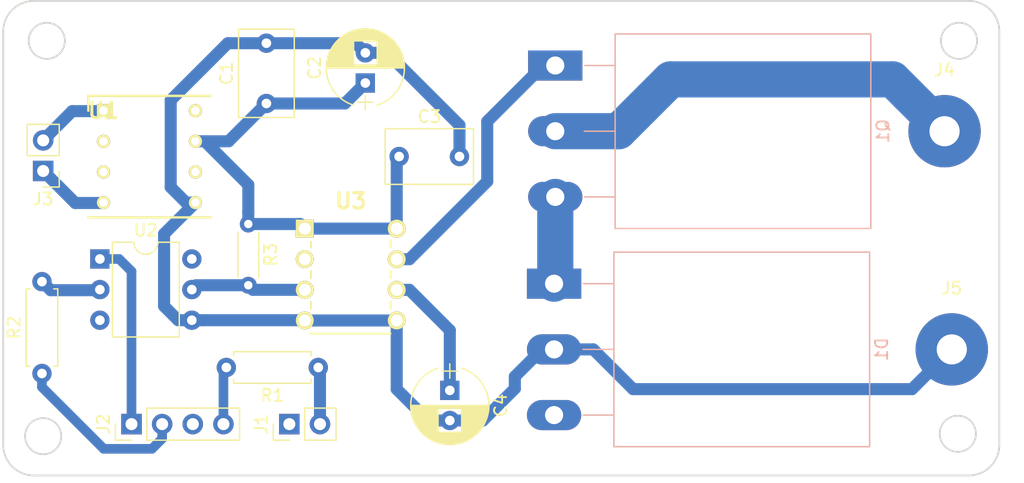
<source format=kicad_pcb>
(kicad_pcb (version 4) (host pcbnew 4.0.6)

  (general
    (links 30)
    (no_connects 2)
    (area 109.347619 85.014999 195.965239 125.961905)
    (thickness 1.6)
    (drawings 12)
    (tracks 91)
    (zones 0)
    (modules 17)
    (nets 19)
  )

  (page A4)
  (layers
    (0 F.Cu mixed)
    (31 B.Cu mixed)
    (32 B.Adhes user)
    (33 F.Adhes user)
    (34 B.Paste user)
    (35 F.Paste user)
    (36 B.SilkS user)
    (37 F.SilkS user)
    (38 B.Mask user)
    (39 F.Mask user)
    (40 Dwgs.User user)
    (41 Cmts.User user)
    (42 Eco1.User user)
    (43 Eco2.User user)
    (44 Edge.Cuts user)
    (45 Margin user)
    (46 B.CrtYd user)
    (47 F.CrtYd user)
    (48 B.Fab user)
    (49 F.Fab user)
  )

  (setup
    (last_trace_width 0.4)
    (trace_clearance 0.4)
    (zone_clearance 0.508)
    (zone_45_only no)
    (trace_min 0.2)
    (segment_width 0.2)
    (edge_width 0.15)
    (via_size 1)
    (via_drill 0.6)
    (via_min_size 0.4)
    (via_min_drill 0.3)
    (uvia_size 0.3)
    (uvia_drill 0.1)
    (uvias_allowed no)
    (uvia_min_size 0.2)
    (uvia_min_drill 0.1)
    (pcb_text_width 0.3)
    (pcb_text_size 1.5 1.5)
    (mod_edge_width 0.15)
    (mod_text_size 1 1)
    (mod_text_width 0.15)
    (pad_size 1.524 1.524)
    (pad_drill 0.762)
    (pad_to_mask_clearance 0.2)
    (aux_axis_origin 0 0)
    (visible_elements 7FFEEFFF)
    (pcbplotparams
      (layerselection 0x01000_80000000)
      (usegerberextensions false)
      (excludeedgelayer true)
      (linewidth 0.100000)
      (plotframeref false)
      (viasonmask false)
      (mode 1)
      (useauxorigin false)
      (hpglpennumber 1)
      (hpglpenspeed 20)
      (hpglpendiameter 15)
      (hpglpenoverlay 2)
      (psnegative false)
      (psa4output false)
      (plotreference true)
      (plotvalue true)
      (plotinvisibletext false)
      (padsonsilk false)
      (subtractmaskfromsilk false)
      (outputformat 1)
      (mirror false)
      (drillshape 0)
      (scaleselection 1)
      (outputdirectory GRB/))
  )

  (net 0 "")
  (net 1 GND_ISO)
  (net 2 ARD_GND)
  (net 3 "Net-(D1-Pad1)")
  (net 4 VCC_ISO)
  (net 5 "Net-(C4-Pad1)")
  (net 6 "Net-(D1-Pad3)")
  (net 7 "Net-(J1-Pad2)")
  (net 8 ARD_PWM)
  (net 9 VCC)
  (net 10 "Net-(J4-Pad1)")
  (net 11 ARD_TEMP)
  (net 12 "Net-(R2-Pad2)")
  (net 13 "Net-(R3-Pad2)")
  (net 14 GND)
  (net 15 "Net-(U2-Pad3)")
  (net 16 "Net-(U2-Pad6)")
  (net 17 "Net-(U3-Pad2)")
  (net 18 ARD_SRC_V)

  (net_class Default "This is the default net class."
    (clearance 0.4)
    (trace_width 0.4)
    (via_dia 1)
    (via_drill 0.6)
    (uvia_dia 0.3)
    (uvia_drill 0.1)
  )

  (net_class Control ""
    (clearance 1)
    (trace_width 1)
    (via_dia 1.6)
    (via_drill 0.8)
    (uvia_dia 0.3)
    (uvia_drill 0.1)
    (add_net GND)
    (add_net GND_ISO)
    (add_net "Net-(C4-Pad1)")
    (add_net "Net-(D1-Pad3)")
    (add_net "Net-(J1-Pad2)")
    (add_net "Net-(R2-Pad2)")
    (add_net "Net-(R3-Pad2)")
    (add_net "Net-(U2-Pad3)")
    (add_net "Net-(U2-Pad6)")
    (add_net "Net-(U3-Pad2)")
    (add_net VCC)
    (add_net VCC_ISO)
  )

  (net_class Power ""
    (clearance 1)
    (trace_width 3)
    (via_dia 4)
    (via_drill 1)
    (uvia_dia 0.3)
    (uvia_drill 0.1)
    (add_net "Net-(D1-Pad1)")
    (add_net "Net-(J4-Pad1)")
  )

  (net_class Signal ""
    (clearance 0.8)
    (trace_width 0.8)
    (via_dia 1.2)
    (via_drill 0.8)
    (uvia_dia 0.3)
    (uvia_drill 0.1)
    (add_net ARD_GND)
    (add_net ARD_PWM)
    (add_net ARD_SRC_V)
    (add_net ARD_TEMP)
  )

  (module Capacitors_THT:C_Rect_L7.2mm_W4.5mm_P5.00mm_FKS2_FKP2_MKS2_MKP2 (layer F.Cu) (tedit 5920C257) (tstamp 5935471D)
    (at 132.3 93.6 90)
    (descr "C, Rect series, Radial, pin pitch=5.00mm, , length*width=7.2*4.5mm^2, Capacitor, http://www.wima.com/EN/WIMA_FKS_2.pdf")
    (tags "C Rect series Radial pin pitch 5.00mm  length 7.2mm width 4.5mm Capacitor")
    (path /592EA608)
    (fp_text reference C1 (at 2.5 -3.31 90) (layer F.SilkS)
      (effects (font (size 1 1) (thickness 0.15)))
    )
    (fp_text value 100nF (at 2.5 3.31 90) (layer F.Fab)
      (effects (font (size 1 1) (thickness 0.15)))
    )
    (fp_text user %R (at 2.5 0 90) (layer F.Fab)
      (effects (font (size 1 1) (thickness 0.15)))
    )
    (fp_line (start -1.1 -2.25) (end -1.1 2.25) (layer F.Fab) (width 0.1))
    (fp_line (start -1.1 2.25) (end 6.1 2.25) (layer F.Fab) (width 0.1))
    (fp_line (start 6.1 2.25) (end 6.1 -2.25) (layer F.Fab) (width 0.1))
    (fp_line (start 6.1 -2.25) (end -1.1 -2.25) (layer F.Fab) (width 0.1))
    (fp_line (start -1.16 -2.31) (end 6.16 -2.31) (layer F.SilkS) (width 0.12))
    (fp_line (start -1.16 2.31) (end 6.16 2.31) (layer F.SilkS) (width 0.12))
    (fp_line (start -1.16 -2.31) (end -1.16 2.31) (layer F.SilkS) (width 0.12))
    (fp_line (start 6.16 -2.31) (end 6.16 2.31) (layer F.SilkS) (width 0.12))
    (fp_line (start -1.45 -2.6) (end -1.45 2.6) (layer F.CrtYd) (width 0.05))
    (fp_line (start -1.45 2.6) (end 6.45 2.6) (layer F.CrtYd) (width 0.05))
    (fp_line (start 6.45 2.6) (end 6.45 -2.6) (layer F.CrtYd) (width 0.05))
    (fp_line (start 6.45 -2.6) (end -1.45 -2.6) (layer F.CrtYd) (width 0.05))
    (pad 1 thru_hole circle (at 0 0 90) (size 1.6 1.6) (drill 0.8) (layers *.Cu *.Mask)
      (net 4 VCC_ISO))
    (pad 2 thru_hole circle (at 5 0 90) (size 1.6 1.6) (drill 0.8) (layers *.Cu *.Mask)
      (net 1 GND_ISO))
    (model ${KISYS3DMOD}/Capacitors_THT.3dshapes/C_Rect_L7.2mm_W4.5mm_P5.00mm_FKS2_FKP2_MKS2_MKP2.wrl
      (at (xyz 0 0 0))
      (scale (xyz 0.393701 0.393701 0.393701))
      (rotate (xyz 0 0 0))
    )
  )

  (module RS:DIPS762W50P254L1008H460Q8N (layer F.Cu) (tedit 592AD99B) (tstamp 5935477B)
    (at 118.8 94.2)
    (descr W30508TRC)
    (tags "Undefined or Miscellaneous")
    (path /592EC206)
    (fp_text reference U1 (at 0 0) (layer F.SilkS)
      (effects (font (size 1.27 1.27) (thickness 0.254)))
    )
    (fp_text value NME1212DC (at 0 0) (layer F.SilkS) hide
      (effects (font (size 1.27 1.27) (thickness 0.254)))
    )
    (fp_line (start -1.51 -1.48) (end 9.13 -1.48) (layer Dwgs.User) (width 0.05))
    (fp_line (start 9.13 -1.48) (end 9.13 9.1) (layer Dwgs.User) (width 0.05))
    (fp_line (start 9.13 9.1) (end -1.51 9.1) (layer Dwgs.User) (width 0.05))
    (fp_line (start -1.51 9.1) (end -1.51 -1.48) (layer Dwgs.User) (width 0.05))
    (fp_line (start -1.26 -1.23) (end 8.88 -1.23) (layer Dwgs.User) (width 0.1))
    (fp_line (start 8.88 -1.23) (end 8.88 8.85) (layer Dwgs.User) (width 0.1))
    (fp_line (start 8.88 8.85) (end -1.26 8.85) (layer Dwgs.User) (width 0.1))
    (fp_line (start -1.26 8.85) (end -1.26 -1.23) (layer Dwgs.User) (width 0.1))
    (fp_line (start -1.26 0.04) (end 0.01 -1.23) (layer Dwgs.User) (width 0.1))
    (fp_line (start -1.26 8.85) (end 8.88 8.85) (layer F.SilkS) (width 0.2))
    (fp_line (start 8.88 -1.23) (end -1.26 -1.23) (layer F.SilkS) (width 0.2))
    (fp_line (start -1.26 -1.23) (end -1.26 0) (layer F.SilkS) (width 0.2))
    (pad 1 thru_hole rect (at 0 0 90) (size 1.1 1.1) (drill 0.7) (layers *.Cu *.Mask F.SilkS)
      (net 14 GND))
    (pad 2 thru_hole circle (at 0 2.54 90) (size 1.1 1.1) (drill 0.7) (layers *.Cu *.Mask F.SilkS))
    (pad 3 thru_hole circle (at 0 5.08 90) (size 1.1 1.1) (drill 0.7) (layers *.Cu *.Mask F.SilkS))
    (pad 4 thru_hole circle (at 0 7.62 90) (size 1.1 1.1) (drill 0.7) (layers *.Cu *.Mask F.SilkS)
      (net 9 VCC))
    (pad 5 thru_hole circle (at 7.62 7.62 90) (size 1.1 1.1) (drill 0.7) (layers *.Cu *.Mask F.SilkS)
      (net 1 GND_ISO))
    (pad 6 thru_hole circle (at 7.62 5.08 90) (size 1.1 1.1) (drill 0.7) (layers *.Cu *.Mask F.SilkS))
    (pad 7 thru_hole circle (at 7.62 2.54 90) (size 1.1 1.1) (drill 0.7) (layers *.Cu *.Mask F.SilkS)
      (net 4 VCC_ISO))
    (pad 8 thru_hole circle (at 7.62 0 90) (size 1.1 1.1) (drill 0.7) (layers *.Cu *.Mask F.SilkS))
  )

  (module Capacitors_THT:CP_Radial_D6.3mm_P2.50mm (layer F.Cu) (tedit 5920C257) (tstamp 59354723)
    (at 140.5 91.9 90)
    (descr "CP, Radial series, Radial, pin pitch=2.50mm, , diameter=6.3mm, Electrolytic Capacitor")
    (tags "CP Radial series Radial pin pitch 2.50mm  diameter 6.3mm Electrolytic Capacitor")
    (path /592ACB50)
    (fp_text reference C2 (at 1.25 -4.21 90) (layer F.SilkS)
      (effects (font (size 1 1) (thickness 0.15)))
    )
    (fp_text value 4.7uF (at 1.25 4.21 90) (layer F.Fab)
      (effects (font (size 1 1) (thickness 0.15)))
    )
    (fp_text user %R (at 1.1 0 90) (layer F.Fab)
      (effects (font (size 1 1) (thickness 0.15)))
    )
    (fp_line (start -2.2 0) (end -1 0) (layer F.Fab) (width 0.1))
    (fp_line (start -1.6 -0.65) (end -1.6 0.65) (layer F.Fab) (width 0.1))
    (fp_line (start 1.25 -3.2) (end 1.25 3.2) (layer F.SilkS) (width 0.12))
    (fp_line (start 1.29 -3.2) (end 1.29 3.2) (layer F.SilkS) (width 0.12))
    (fp_line (start 1.33 -3.2) (end 1.33 3.2) (layer F.SilkS) (width 0.12))
    (fp_line (start 1.37 -3.198) (end 1.37 3.198) (layer F.SilkS) (width 0.12))
    (fp_line (start 1.41 -3.197) (end 1.41 3.197) (layer F.SilkS) (width 0.12))
    (fp_line (start 1.45 -3.194) (end 1.45 3.194) (layer F.SilkS) (width 0.12))
    (fp_line (start 1.49 -3.192) (end 1.49 3.192) (layer F.SilkS) (width 0.12))
    (fp_line (start 1.53 -3.188) (end 1.53 -0.98) (layer F.SilkS) (width 0.12))
    (fp_line (start 1.53 0.98) (end 1.53 3.188) (layer F.SilkS) (width 0.12))
    (fp_line (start 1.57 -3.185) (end 1.57 -0.98) (layer F.SilkS) (width 0.12))
    (fp_line (start 1.57 0.98) (end 1.57 3.185) (layer F.SilkS) (width 0.12))
    (fp_line (start 1.61 -3.18) (end 1.61 -0.98) (layer F.SilkS) (width 0.12))
    (fp_line (start 1.61 0.98) (end 1.61 3.18) (layer F.SilkS) (width 0.12))
    (fp_line (start 1.65 -3.176) (end 1.65 -0.98) (layer F.SilkS) (width 0.12))
    (fp_line (start 1.65 0.98) (end 1.65 3.176) (layer F.SilkS) (width 0.12))
    (fp_line (start 1.69 -3.17) (end 1.69 -0.98) (layer F.SilkS) (width 0.12))
    (fp_line (start 1.69 0.98) (end 1.69 3.17) (layer F.SilkS) (width 0.12))
    (fp_line (start 1.73 -3.165) (end 1.73 -0.98) (layer F.SilkS) (width 0.12))
    (fp_line (start 1.73 0.98) (end 1.73 3.165) (layer F.SilkS) (width 0.12))
    (fp_line (start 1.77 -3.158) (end 1.77 -0.98) (layer F.SilkS) (width 0.12))
    (fp_line (start 1.77 0.98) (end 1.77 3.158) (layer F.SilkS) (width 0.12))
    (fp_line (start 1.81 -3.152) (end 1.81 -0.98) (layer F.SilkS) (width 0.12))
    (fp_line (start 1.81 0.98) (end 1.81 3.152) (layer F.SilkS) (width 0.12))
    (fp_line (start 1.85 -3.144) (end 1.85 -0.98) (layer F.SilkS) (width 0.12))
    (fp_line (start 1.85 0.98) (end 1.85 3.144) (layer F.SilkS) (width 0.12))
    (fp_line (start 1.89 -3.137) (end 1.89 -0.98) (layer F.SilkS) (width 0.12))
    (fp_line (start 1.89 0.98) (end 1.89 3.137) (layer F.SilkS) (width 0.12))
    (fp_line (start 1.93 -3.128) (end 1.93 -0.98) (layer F.SilkS) (width 0.12))
    (fp_line (start 1.93 0.98) (end 1.93 3.128) (layer F.SilkS) (width 0.12))
    (fp_line (start 1.971 -3.119) (end 1.971 -0.98) (layer F.SilkS) (width 0.12))
    (fp_line (start 1.971 0.98) (end 1.971 3.119) (layer F.SilkS) (width 0.12))
    (fp_line (start 2.011 -3.11) (end 2.011 -0.98) (layer F.SilkS) (width 0.12))
    (fp_line (start 2.011 0.98) (end 2.011 3.11) (layer F.SilkS) (width 0.12))
    (fp_line (start 2.051 -3.1) (end 2.051 -0.98) (layer F.SilkS) (width 0.12))
    (fp_line (start 2.051 0.98) (end 2.051 3.1) (layer F.SilkS) (width 0.12))
    (fp_line (start 2.091 -3.09) (end 2.091 -0.98) (layer F.SilkS) (width 0.12))
    (fp_line (start 2.091 0.98) (end 2.091 3.09) (layer F.SilkS) (width 0.12))
    (fp_line (start 2.131 -3.079) (end 2.131 -0.98) (layer F.SilkS) (width 0.12))
    (fp_line (start 2.131 0.98) (end 2.131 3.079) (layer F.SilkS) (width 0.12))
    (fp_line (start 2.171 -3.067) (end 2.171 -0.98) (layer F.SilkS) (width 0.12))
    (fp_line (start 2.171 0.98) (end 2.171 3.067) (layer F.SilkS) (width 0.12))
    (fp_line (start 2.211 -3.055) (end 2.211 -0.98) (layer F.SilkS) (width 0.12))
    (fp_line (start 2.211 0.98) (end 2.211 3.055) (layer F.SilkS) (width 0.12))
    (fp_line (start 2.251 -3.042) (end 2.251 -0.98) (layer F.SilkS) (width 0.12))
    (fp_line (start 2.251 0.98) (end 2.251 3.042) (layer F.SilkS) (width 0.12))
    (fp_line (start 2.291 -3.029) (end 2.291 -0.98) (layer F.SilkS) (width 0.12))
    (fp_line (start 2.291 0.98) (end 2.291 3.029) (layer F.SilkS) (width 0.12))
    (fp_line (start 2.331 -3.015) (end 2.331 -0.98) (layer F.SilkS) (width 0.12))
    (fp_line (start 2.331 0.98) (end 2.331 3.015) (layer F.SilkS) (width 0.12))
    (fp_line (start 2.371 -3.001) (end 2.371 -0.98) (layer F.SilkS) (width 0.12))
    (fp_line (start 2.371 0.98) (end 2.371 3.001) (layer F.SilkS) (width 0.12))
    (fp_line (start 2.411 -2.986) (end 2.411 -0.98) (layer F.SilkS) (width 0.12))
    (fp_line (start 2.411 0.98) (end 2.411 2.986) (layer F.SilkS) (width 0.12))
    (fp_line (start 2.451 -2.97) (end 2.451 -0.98) (layer F.SilkS) (width 0.12))
    (fp_line (start 2.451 0.98) (end 2.451 2.97) (layer F.SilkS) (width 0.12))
    (fp_line (start 2.491 -2.954) (end 2.491 -0.98) (layer F.SilkS) (width 0.12))
    (fp_line (start 2.491 0.98) (end 2.491 2.954) (layer F.SilkS) (width 0.12))
    (fp_line (start 2.531 -2.937) (end 2.531 -0.98) (layer F.SilkS) (width 0.12))
    (fp_line (start 2.531 0.98) (end 2.531 2.937) (layer F.SilkS) (width 0.12))
    (fp_line (start 2.571 -2.919) (end 2.571 -0.98) (layer F.SilkS) (width 0.12))
    (fp_line (start 2.571 0.98) (end 2.571 2.919) (layer F.SilkS) (width 0.12))
    (fp_line (start 2.611 -2.901) (end 2.611 -0.98) (layer F.SilkS) (width 0.12))
    (fp_line (start 2.611 0.98) (end 2.611 2.901) (layer F.SilkS) (width 0.12))
    (fp_line (start 2.651 -2.882) (end 2.651 -0.98) (layer F.SilkS) (width 0.12))
    (fp_line (start 2.651 0.98) (end 2.651 2.882) (layer F.SilkS) (width 0.12))
    (fp_line (start 2.691 -2.863) (end 2.691 -0.98) (layer F.SilkS) (width 0.12))
    (fp_line (start 2.691 0.98) (end 2.691 2.863) (layer F.SilkS) (width 0.12))
    (fp_line (start 2.731 -2.843) (end 2.731 -0.98) (layer F.SilkS) (width 0.12))
    (fp_line (start 2.731 0.98) (end 2.731 2.843) (layer F.SilkS) (width 0.12))
    (fp_line (start 2.771 -2.822) (end 2.771 -0.98) (layer F.SilkS) (width 0.12))
    (fp_line (start 2.771 0.98) (end 2.771 2.822) (layer F.SilkS) (width 0.12))
    (fp_line (start 2.811 -2.8) (end 2.811 -0.98) (layer F.SilkS) (width 0.12))
    (fp_line (start 2.811 0.98) (end 2.811 2.8) (layer F.SilkS) (width 0.12))
    (fp_line (start 2.851 -2.778) (end 2.851 -0.98) (layer F.SilkS) (width 0.12))
    (fp_line (start 2.851 0.98) (end 2.851 2.778) (layer F.SilkS) (width 0.12))
    (fp_line (start 2.891 -2.755) (end 2.891 -0.98) (layer F.SilkS) (width 0.12))
    (fp_line (start 2.891 0.98) (end 2.891 2.755) (layer F.SilkS) (width 0.12))
    (fp_line (start 2.931 -2.731) (end 2.931 -0.98) (layer F.SilkS) (width 0.12))
    (fp_line (start 2.931 0.98) (end 2.931 2.731) (layer F.SilkS) (width 0.12))
    (fp_line (start 2.971 -2.706) (end 2.971 -0.98) (layer F.SilkS) (width 0.12))
    (fp_line (start 2.971 0.98) (end 2.971 2.706) (layer F.SilkS) (width 0.12))
    (fp_line (start 3.011 -2.681) (end 3.011 -0.98) (layer F.SilkS) (width 0.12))
    (fp_line (start 3.011 0.98) (end 3.011 2.681) (layer F.SilkS) (width 0.12))
    (fp_line (start 3.051 -2.654) (end 3.051 -0.98) (layer F.SilkS) (width 0.12))
    (fp_line (start 3.051 0.98) (end 3.051 2.654) (layer F.SilkS) (width 0.12))
    (fp_line (start 3.091 -2.627) (end 3.091 -0.98) (layer F.SilkS) (width 0.12))
    (fp_line (start 3.091 0.98) (end 3.091 2.627) (layer F.SilkS) (width 0.12))
    (fp_line (start 3.131 -2.599) (end 3.131 -0.98) (layer F.SilkS) (width 0.12))
    (fp_line (start 3.131 0.98) (end 3.131 2.599) (layer F.SilkS) (width 0.12))
    (fp_line (start 3.171 -2.57) (end 3.171 -0.98) (layer F.SilkS) (width 0.12))
    (fp_line (start 3.171 0.98) (end 3.171 2.57) (layer F.SilkS) (width 0.12))
    (fp_line (start 3.211 -2.54) (end 3.211 -0.98) (layer F.SilkS) (width 0.12))
    (fp_line (start 3.211 0.98) (end 3.211 2.54) (layer F.SilkS) (width 0.12))
    (fp_line (start 3.251 -2.51) (end 3.251 -0.98) (layer F.SilkS) (width 0.12))
    (fp_line (start 3.251 0.98) (end 3.251 2.51) (layer F.SilkS) (width 0.12))
    (fp_line (start 3.291 -2.478) (end 3.291 -0.98) (layer F.SilkS) (width 0.12))
    (fp_line (start 3.291 0.98) (end 3.291 2.478) (layer F.SilkS) (width 0.12))
    (fp_line (start 3.331 -2.445) (end 3.331 -0.98) (layer F.SilkS) (width 0.12))
    (fp_line (start 3.331 0.98) (end 3.331 2.445) (layer F.SilkS) (width 0.12))
    (fp_line (start 3.371 -2.411) (end 3.371 -0.98) (layer F.SilkS) (width 0.12))
    (fp_line (start 3.371 0.98) (end 3.371 2.411) (layer F.SilkS) (width 0.12))
    (fp_line (start 3.411 -2.375) (end 3.411 -0.98) (layer F.SilkS) (width 0.12))
    (fp_line (start 3.411 0.98) (end 3.411 2.375) (layer F.SilkS) (width 0.12))
    (fp_line (start 3.451 -2.339) (end 3.451 -0.98) (layer F.SilkS) (width 0.12))
    (fp_line (start 3.451 0.98) (end 3.451 2.339) (layer F.SilkS) (width 0.12))
    (fp_line (start 3.491 -2.301) (end 3.491 2.301) (layer F.SilkS) (width 0.12))
    (fp_line (start 3.531 -2.262) (end 3.531 2.262) (layer F.SilkS) (width 0.12))
    (fp_line (start 3.571 -2.222) (end 3.571 2.222) (layer F.SilkS) (width 0.12))
    (fp_line (start 3.611 -2.18) (end 3.611 2.18) (layer F.SilkS) (width 0.12))
    (fp_line (start 3.651 -2.137) (end 3.651 2.137) (layer F.SilkS) (width 0.12))
    (fp_line (start 3.691 -2.092) (end 3.691 2.092) (layer F.SilkS) (width 0.12))
    (fp_line (start 3.731 -2.045) (end 3.731 2.045) (layer F.SilkS) (width 0.12))
    (fp_line (start 3.771 -1.997) (end 3.771 1.997) (layer F.SilkS) (width 0.12))
    (fp_line (start 3.811 -1.946) (end 3.811 1.946) (layer F.SilkS) (width 0.12))
    (fp_line (start 3.851 -1.894) (end 3.851 1.894) (layer F.SilkS) (width 0.12))
    (fp_line (start 3.891 -1.839) (end 3.891 1.839) (layer F.SilkS) (width 0.12))
    (fp_line (start 3.931 -1.781) (end 3.931 1.781) (layer F.SilkS) (width 0.12))
    (fp_line (start 3.971 -1.721) (end 3.971 1.721) (layer F.SilkS) (width 0.12))
    (fp_line (start 4.011 -1.658) (end 4.011 1.658) (layer F.SilkS) (width 0.12))
    (fp_line (start 4.051 -1.591) (end 4.051 1.591) (layer F.SilkS) (width 0.12))
    (fp_line (start 4.091 -1.52) (end 4.091 1.52) (layer F.SilkS) (width 0.12))
    (fp_line (start 4.131 -1.445) (end 4.131 1.445) (layer F.SilkS) (width 0.12))
    (fp_line (start 4.171 -1.364) (end 4.171 1.364) (layer F.SilkS) (width 0.12))
    (fp_line (start 4.211 -1.278) (end 4.211 1.278) (layer F.SilkS) (width 0.12))
    (fp_line (start 4.251 -1.184) (end 4.251 1.184) (layer F.SilkS) (width 0.12))
    (fp_line (start 4.291 -1.081) (end 4.291 1.081) (layer F.SilkS) (width 0.12))
    (fp_line (start 4.331 -0.966) (end 4.331 0.966) (layer F.SilkS) (width 0.12))
    (fp_line (start 4.371 -0.834) (end 4.371 0.834) (layer F.SilkS) (width 0.12))
    (fp_line (start 4.411 -0.676) (end 4.411 0.676) (layer F.SilkS) (width 0.12))
    (fp_line (start 4.451 -0.468) (end 4.451 0.468) (layer F.SilkS) (width 0.12))
    (fp_line (start -2.2 0) (end -1 0) (layer F.SilkS) (width 0.12))
    (fp_line (start -1.6 -0.65) (end -1.6 0.65) (layer F.SilkS) (width 0.12))
    (fp_line (start -2.25 -3.5) (end -2.25 3.5) (layer F.CrtYd) (width 0.05))
    (fp_line (start -2.25 3.5) (end 4.75 3.5) (layer F.CrtYd) (width 0.05))
    (fp_line (start 4.75 3.5) (end 4.75 -3.5) (layer F.CrtYd) (width 0.05))
    (fp_line (start 4.75 -3.5) (end -2.25 -3.5) (layer F.CrtYd) (width 0.05))
    (fp_circle (center 1.25 0) (end 4.4 0) (layer F.Fab) (width 0.1))
    (fp_arc (start 1.25 0) (end -1.838236 -0.98) (angle 144.8) (layer F.SilkS) (width 0.12))
    (fp_arc (start 1.25 0) (end -1.838236 0.98) (angle -144.8) (layer F.SilkS) (width 0.12))
    (fp_arc (start 1.25 0) (end 4.338236 -0.98) (angle 35.2) (layer F.SilkS) (width 0.12))
    (pad 1 thru_hole rect (at 0 0 90) (size 1.6 1.6) (drill 0.8) (layers *.Cu *.Mask)
      (net 4 VCC_ISO))
    (pad 2 thru_hole circle (at 2.5 0 90) (size 1.6 1.6) (drill 0.8) (layers *.Cu *.Mask)
      (net 1 GND_ISO))
    (model ${KISYS3DMOD}/Capacitors_THT.3dshapes/CP_Radial_D6.3mm_P2.50mm.wrl
      (at (xyz 0 0 0))
      (scale (xyz 1 1 1))
      (rotate (xyz 0 0 0))
    )
  )

  (module Capacitors_THT:C_Rect_L7.2mm_W4.5mm_P5.00mm_FKS2_FKP2_MKS2_MKP2 (layer F.Cu) (tedit 5920C257) (tstamp 59354729)
    (at 143.3 98)
    (descr "C, Rect series, Radial, pin pitch=5.00mm, , length*width=7.2*4.5mm^2, Capacitor, http://www.wima.com/EN/WIMA_FKS_2.pdf")
    (tags "C Rect series Radial pin pitch 5.00mm  length 7.2mm width 4.5mm Capacitor")
    (path /592ACBF5)
    (fp_text reference C3 (at 2.5 -3.31) (layer F.SilkS)
      (effects (font (size 1 1) (thickness 0.15)))
    )
    (fp_text value 100nF (at 2.5 3.31) (layer F.Fab)
      (effects (font (size 1 1) (thickness 0.15)))
    )
    (fp_text user %R (at 2.5 0) (layer F.Fab)
      (effects (font (size 1 1) (thickness 0.15)))
    )
    (fp_line (start -1.1 -2.25) (end -1.1 2.25) (layer F.Fab) (width 0.1))
    (fp_line (start -1.1 2.25) (end 6.1 2.25) (layer F.Fab) (width 0.1))
    (fp_line (start 6.1 2.25) (end 6.1 -2.25) (layer F.Fab) (width 0.1))
    (fp_line (start 6.1 -2.25) (end -1.1 -2.25) (layer F.Fab) (width 0.1))
    (fp_line (start -1.16 -2.31) (end 6.16 -2.31) (layer F.SilkS) (width 0.12))
    (fp_line (start -1.16 2.31) (end 6.16 2.31) (layer F.SilkS) (width 0.12))
    (fp_line (start -1.16 -2.31) (end -1.16 2.31) (layer F.SilkS) (width 0.12))
    (fp_line (start 6.16 -2.31) (end 6.16 2.31) (layer F.SilkS) (width 0.12))
    (fp_line (start -1.45 -2.6) (end -1.45 2.6) (layer F.CrtYd) (width 0.05))
    (fp_line (start -1.45 2.6) (end 6.45 2.6) (layer F.CrtYd) (width 0.05))
    (fp_line (start 6.45 2.6) (end 6.45 -2.6) (layer F.CrtYd) (width 0.05))
    (fp_line (start 6.45 -2.6) (end -1.45 -2.6) (layer F.CrtYd) (width 0.05))
    (pad 1 thru_hole circle (at 0 0) (size 1.6 1.6) (drill 0.8) (layers *.Cu *.Mask)
      (net 4 VCC_ISO))
    (pad 2 thru_hole circle (at 5 0) (size 1.6 1.6) (drill 0.8) (layers *.Cu *.Mask)
      (net 1 GND_ISO))
    (model ${KISYS3DMOD}/Capacitors_THT.3dshapes/C_Rect_L7.2mm_W4.5mm_P5.00mm_FKS2_FKP2_MKS2_MKP2.wrl
      (at (xyz 0 0 0))
      (scale (xyz 0.393701 0.393701 0.393701))
      (rotate (xyz 0 0 0))
    )
  )

  (module Capacitors_THT:CP_Radial_D6.3mm_P2.50mm (layer F.Cu) (tedit 5920C257) (tstamp 5935472F)
    (at 147.5 117.4 270)
    (descr "CP, Radial series, Radial, pin pitch=2.50mm, , diameter=6.3mm, Electrolytic Capacitor")
    (tags "CP Radial series Radial pin pitch 2.50mm  diameter 6.3mm Electrolytic Capacitor")
    (path /592ED18A)
    (fp_text reference C4 (at 1.25 -4.21 270) (layer F.SilkS)
      (effects (font (size 1 1) (thickness 0.15)))
    )
    (fp_text value 4.7uF (at 1.25 4.21 270) (layer F.Fab)
      (effects (font (size 1 1) (thickness 0.15)))
    )
    (fp_text user %R (at 1.1 0 540) (layer F.Fab)
      (effects (font (size 1 1) (thickness 0.15)))
    )
    (fp_line (start -2.2 0) (end -1 0) (layer F.Fab) (width 0.1))
    (fp_line (start -1.6 -0.65) (end -1.6 0.65) (layer F.Fab) (width 0.1))
    (fp_line (start 1.25 -3.2) (end 1.25 3.2) (layer F.SilkS) (width 0.12))
    (fp_line (start 1.29 -3.2) (end 1.29 3.2) (layer F.SilkS) (width 0.12))
    (fp_line (start 1.33 -3.2) (end 1.33 3.2) (layer F.SilkS) (width 0.12))
    (fp_line (start 1.37 -3.198) (end 1.37 3.198) (layer F.SilkS) (width 0.12))
    (fp_line (start 1.41 -3.197) (end 1.41 3.197) (layer F.SilkS) (width 0.12))
    (fp_line (start 1.45 -3.194) (end 1.45 3.194) (layer F.SilkS) (width 0.12))
    (fp_line (start 1.49 -3.192) (end 1.49 3.192) (layer F.SilkS) (width 0.12))
    (fp_line (start 1.53 -3.188) (end 1.53 -0.98) (layer F.SilkS) (width 0.12))
    (fp_line (start 1.53 0.98) (end 1.53 3.188) (layer F.SilkS) (width 0.12))
    (fp_line (start 1.57 -3.185) (end 1.57 -0.98) (layer F.SilkS) (width 0.12))
    (fp_line (start 1.57 0.98) (end 1.57 3.185) (layer F.SilkS) (width 0.12))
    (fp_line (start 1.61 -3.18) (end 1.61 -0.98) (layer F.SilkS) (width 0.12))
    (fp_line (start 1.61 0.98) (end 1.61 3.18) (layer F.SilkS) (width 0.12))
    (fp_line (start 1.65 -3.176) (end 1.65 -0.98) (layer F.SilkS) (width 0.12))
    (fp_line (start 1.65 0.98) (end 1.65 3.176) (layer F.SilkS) (width 0.12))
    (fp_line (start 1.69 -3.17) (end 1.69 -0.98) (layer F.SilkS) (width 0.12))
    (fp_line (start 1.69 0.98) (end 1.69 3.17) (layer F.SilkS) (width 0.12))
    (fp_line (start 1.73 -3.165) (end 1.73 -0.98) (layer F.SilkS) (width 0.12))
    (fp_line (start 1.73 0.98) (end 1.73 3.165) (layer F.SilkS) (width 0.12))
    (fp_line (start 1.77 -3.158) (end 1.77 -0.98) (layer F.SilkS) (width 0.12))
    (fp_line (start 1.77 0.98) (end 1.77 3.158) (layer F.SilkS) (width 0.12))
    (fp_line (start 1.81 -3.152) (end 1.81 -0.98) (layer F.SilkS) (width 0.12))
    (fp_line (start 1.81 0.98) (end 1.81 3.152) (layer F.SilkS) (width 0.12))
    (fp_line (start 1.85 -3.144) (end 1.85 -0.98) (layer F.SilkS) (width 0.12))
    (fp_line (start 1.85 0.98) (end 1.85 3.144) (layer F.SilkS) (width 0.12))
    (fp_line (start 1.89 -3.137) (end 1.89 -0.98) (layer F.SilkS) (width 0.12))
    (fp_line (start 1.89 0.98) (end 1.89 3.137) (layer F.SilkS) (width 0.12))
    (fp_line (start 1.93 -3.128) (end 1.93 -0.98) (layer F.SilkS) (width 0.12))
    (fp_line (start 1.93 0.98) (end 1.93 3.128) (layer F.SilkS) (width 0.12))
    (fp_line (start 1.971 -3.119) (end 1.971 -0.98) (layer F.SilkS) (width 0.12))
    (fp_line (start 1.971 0.98) (end 1.971 3.119) (layer F.SilkS) (width 0.12))
    (fp_line (start 2.011 -3.11) (end 2.011 -0.98) (layer F.SilkS) (width 0.12))
    (fp_line (start 2.011 0.98) (end 2.011 3.11) (layer F.SilkS) (width 0.12))
    (fp_line (start 2.051 -3.1) (end 2.051 -0.98) (layer F.SilkS) (width 0.12))
    (fp_line (start 2.051 0.98) (end 2.051 3.1) (layer F.SilkS) (width 0.12))
    (fp_line (start 2.091 -3.09) (end 2.091 -0.98) (layer F.SilkS) (width 0.12))
    (fp_line (start 2.091 0.98) (end 2.091 3.09) (layer F.SilkS) (width 0.12))
    (fp_line (start 2.131 -3.079) (end 2.131 -0.98) (layer F.SilkS) (width 0.12))
    (fp_line (start 2.131 0.98) (end 2.131 3.079) (layer F.SilkS) (width 0.12))
    (fp_line (start 2.171 -3.067) (end 2.171 -0.98) (layer F.SilkS) (width 0.12))
    (fp_line (start 2.171 0.98) (end 2.171 3.067) (layer F.SilkS) (width 0.12))
    (fp_line (start 2.211 -3.055) (end 2.211 -0.98) (layer F.SilkS) (width 0.12))
    (fp_line (start 2.211 0.98) (end 2.211 3.055) (layer F.SilkS) (width 0.12))
    (fp_line (start 2.251 -3.042) (end 2.251 -0.98) (layer F.SilkS) (width 0.12))
    (fp_line (start 2.251 0.98) (end 2.251 3.042) (layer F.SilkS) (width 0.12))
    (fp_line (start 2.291 -3.029) (end 2.291 -0.98) (layer F.SilkS) (width 0.12))
    (fp_line (start 2.291 0.98) (end 2.291 3.029) (layer F.SilkS) (width 0.12))
    (fp_line (start 2.331 -3.015) (end 2.331 -0.98) (layer F.SilkS) (width 0.12))
    (fp_line (start 2.331 0.98) (end 2.331 3.015) (layer F.SilkS) (width 0.12))
    (fp_line (start 2.371 -3.001) (end 2.371 -0.98) (layer F.SilkS) (width 0.12))
    (fp_line (start 2.371 0.98) (end 2.371 3.001) (layer F.SilkS) (width 0.12))
    (fp_line (start 2.411 -2.986) (end 2.411 -0.98) (layer F.SilkS) (width 0.12))
    (fp_line (start 2.411 0.98) (end 2.411 2.986) (layer F.SilkS) (width 0.12))
    (fp_line (start 2.451 -2.97) (end 2.451 -0.98) (layer F.SilkS) (width 0.12))
    (fp_line (start 2.451 0.98) (end 2.451 2.97) (layer F.SilkS) (width 0.12))
    (fp_line (start 2.491 -2.954) (end 2.491 -0.98) (layer F.SilkS) (width 0.12))
    (fp_line (start 2.491 0.98) (end 2.491 2.954) (layer F.SilkS) (width 0.12))
    (fp_line (start 2.531 -2.937) (end 2.531 -0.98) (layer F.SilkS) (width 0.12))
    (fp_line (start 2.531 0.98) (end 2.531 2.937) (layer F.SilkS) (width 0.12))
    (fp_line (start 2.571 -2.919) (end 2.571 -0.98) (layer F.SilkS) (width 0.12))
    (fp_line (start 2.571 0.98) (end 2.571 2.919) (layer F.SilkS) (width 0.12))
    (fp_line (start 2.611 -2.901) (end 2.611 -0.98) (layer F.SilkS) (width 0.12))
    (fp_line (start 2.611 0.98) (end 2.611 2.901) (layer F.SilkS) (width 0.12))
    (fp_line (start 2.651 -2.882) (end 2.651 -0.98) (layer F.SilkS) (width 0.12))
    (fp_line (start 2.651 0.98) (end 2.651 2.882) (layer F.SilkS) (width 0.12))
    (fp_line (start 2.691 -2.863) (end 2.691 -0.98) (layer F.SilkS) (width 0.12))
    (fp_line (start 2.691 0.98) (end 2.691 2.863) (layer F.SilkS) (width 0.12))
    (fp_line (start 2.731 -2.843) (end 2.731 -0.98) (layer F.SilkS) (width 0.12))
    (fp_line (start 2.731 0.98) (end 2.731 2.843) (layer F.SilkS) (width 0.12))
    (fp_line (start 2.771 -2.822) (end 2.771 -0.98) (layer F.SilkS) (width 0.12))
    (fp_line (start 2.771 0.98) (end 2.771 2.822) (layer F.SilkS) (width 0.12))
    (fp_line (start 2.811 -2.8) (end 2.811 -0.98) (layer F.SilkS) (width 0.12))
    (fp_line (start 2.811 0.98) (end 2.811 2.8) (layer F.SilkS) (width 0.12))
    (fp_line (start 2.851 -2.778) (end 2.851 -0.98) (layer F.SilkS) (width 0.12))
    (fp_line (start 2.851 0.98) (end 2.851 2.778) (layer F.SilkS) (width 0.12))
    (fp_line (start 2.891 -2.755) (end 2.891 -0.98) (layer F.SilkS) (width 0.12))
    (fp_line (start 2.891 0.98) (end 2.891 2.755) (layer F.SilkS) (width 0.12))
    (fp_line (start 2.931 -2.731) (end 2.931 -0.98) (layer F.SilkS) (width 0.12))
    (fp_line (start 2.931 0.98) (end 2.931 2.731) (layer F.SilkS) (width 0.12))
    (fp_line (start 2.971 -2.706) (end 2.971 -0.98) (layer F.SilkS) (width 0.12))
    (fp_line (start 2.971 0.98) (end 2.971 2.706) (layer F.SilkS) (width 0.12))
    (fp_line (start 3.011 -2.681) (end 3.011 -0.98) (layer F.SilkS) (width 0.12))
    (fp_line (start 3.011 0.98) (end 3.011 2.681) (layer F.SilkS) (width 0.12))
    (fp_line (start 3.051 -2.654) (end 3.051 -0.98) (layer F.SilkS) (width 0.12))
    (fp_line (start 3.051 0.98) (end 3.051 2.654) (layer F.SilkS) (width 0.12))
    (fp_line (start 3.091 -2.627) (end 3.091 -0.98) (layer F.SilkS) (width 0.12))
    (fp_line (start 3.091 0.98) (end 3.091 2.627) (layer F.SilkS) (width 0.12))
    (fp_line (start 3.131 -2.599) (end 3.131 -0.98) (layer F.SilkS) (width 0.12))
    (fp_line (start 3.131 0.98) (end 3.131 2.599) (layer F.SilkS) (width 0.12))
    (fp_line (start 3.171 -2.57) (end 3.171 -0.98) (layer F.SilkS) (width 0.12))
    (fp_line (start 3.171 0.98) (end 3.171 2.57) (layer F.SilkS) (width 0.12))
    (fp_line (start 3.211 -2.54) (end 3.211 -0.98) (layer F.SilkS) (width 0.12))
    (fp_line (start 3.211 0.98) (end 3.211 2.54) (layer F.SilkS) (width 0.12))
    (fp_line (start 3.251 -2.51) (end 3.251 -0.98) (layer F.SilkS) (width 0.12))
    (fp_line (start 3.251 0.98) (end 3.251 2.51) (layer F.SilkS) (width 0.12))
    (fp_line (start 3.291 -2.478) (end 3.291 -0.98) (layer F.SilkS) (width 0.12))
    (fp_line (start 3.291 0.98) (end 3.291 2.478) (layer F.SilkS) (width 0.12))
    (fp_line (start 3.331 -2.445) (end 3.331 -0.98) (layer F.SilkS) (width 0.12))
    (fp_line (start 3.331 0.98) (end 3.331 2.445) (layer F.SilkS) (width 0.12))
    (fp_line (start 3.371 -2.411) (end 3.371 -0.98) (layer F.SilkS) (width 0.12))
    (fp_line (start 3.371 0.98) (end 3.371 2.411) (layer F.SilkS) (width 0.12))
    (fp_line (start 3.411 -2.375) (end 3.411 -0.98) (layer F.SilkS) (width 0.12))
    (fp_line (start 3.411 0.98) (end 3.411 2.375) (layer F.SilkS) (width 0.12))
    (fp_line (start 3.451 -2.339) (end 3.451 -0.98) (layer F.SilkS) (width 0.12))
    (fp_line (start 3.451 0.98) (end 3.451 2.339) (layer F.SilkS) (width 0.12))
    (fp_line (start 3.491 -2.301) (end 3.491 2.301) (layer F.SilkS) (width 0.12))
    (fp_line (start 3.531 -2.262) (end 3.531 2.262) (layer F.SilkS) (width 0.12))
    (fp_line (start 3.571 -2.222) (end 3.571 2.222) (layer F.SilkS) (width 0.12))
    (fp_line (start 3.611 -2.18) (end 3.611 2.18) (layer F.SilkS) (width 0.12))
    (fp_line (start 3.651 -2.137) (end 3.651 2.137) (layer F.SilkS) (width 0.12))
    (fp_line (start 3.691 -2.092) (end 3.691 2.092) (layer F.SilkS) (width 0.12))
    (fp_line (start 3.731 -2.045) (end 3.731 2.045) (layer F.SilkS) (width 0.12))
    (fp_line (start 3.771 -1.997) (end 3.771 1.997) (layer F.SilkS) (width 0.12))
    (fp_line (start 3.811 -1.946) (end 3.811 1.946) (layer F.SilkS) (width 0.12))
    (fp_line (start 3.851 -1.894) (end 3.851 1.894) (layer F.SilkS) (width 0.12))
    (fp_line (start 3.891 -1.839) (end 3.891 1.839) (layer F.SilkS) (width 0.12))
    (fp_line (start 3.931 -1.781) (end 3.931 1.781) (layer F.SilkS) (width 0.12))
    (fp_line (start 3.971 -1.721) (end 3.971 1.721) (layer F.SilkS) (width 0.12))
    (fp_line (start 4.011 -1.658) (end 4.011 1.658) (layer F.SilkS) (width 0.12))
    (fp_line (start 4.051 -1.591) (end 4.051 1.591) (layer F.SilkS) (width 0.12))
    (fp_line (start 4.091 -1.52) (end 4.091 1.52) (layer F.SilkS) (width 0.12))
    (fp_line (start 4.131 -1.445) (end 4.131 1.445) (layer F.SilkS) (width 0.12))
    (fp_line (start 4.171 -1.364) (end 4.171 1.364) (layer F.SilkS) (width 0.12))
    (fp_line (start 4.211 -1.278) (end 4.211 1.278) (layer F.SilkS) (width 0.12))
    (fp_line (start 4.251 -1.184) (end 4.251 1.184) (layer F.SilkS) (width 0.12))
    (fp_line (start 4.291 -1.081) (end 4.291 1.081) (layer F.SilkS) (width 0.12))
    (fp_line (start 4.331 -0.966) (end 4.331 0.966) (layer F.SilkS) (width 0.12))
    (fp_line (start 4.371 -0.834) (end 4.371 0.834) (layer F.SilkS) (width 0.12))
    (fp_line (start 4.411 -0.676) (end 4.411 0.676) (layer F.SilkS) (width 0.12))
    (fp_line (start 4.451 -0.468) (end 4.451 0.468) (layer F.SilkS) (width 0.12))
    (fp_line (start -2.2 0) (end -1 0) (layer F.SilkS) (width 0.12))
    (fp_line (start -1.6 -0.65) (end -1.6 0.65) (layer F.SilkS) (width 0.12))
    (fp_line (start -2.25 -3.5) (end -2.25 3.5) (layer F.CrtYd) (width 0.05))
    (fp_line (start -2.25 3.5) (end 4.75 3.5) (layer F.CrtYd) (width 0.05))
    (fp_line (start 4.75 3.5) (end 4.75 -3.5) (layer F.CrtYd) (width 0.05))
    (fp_line (start 4.75 -3.5) (end -2.25 -3.5) (layer F.CrtYd) (width 0.05))
    (fp_circle (center 1.25 0) (end 4.4 0) (layer F.Fab) (width 0.1))
    (fp_arc (start 1.25 0) (end -1.838236 -0.98) (angle 144.8) (layer F.SilkS) (width 0.12))
    (fp_arc (start 1.25 0) (end -1.838236 0.98) (angle -144.8) (layer F.SilkS) (width 0.12))
    (fp_arc (start 1.25 0) (end 4.338236 -0.98) (angle 35.2) (layer F.SilkS) (width 0.12))
    (pad 1 thru_hole rect (at 0 0 270) (size 1.6 1.6) (drill 0.8) (layers *.Cu *.Mask)
      (net 5 "Net-(C4-Pad1)"))
    (pad 2 thru_hole circle (at 2.5 0 270) (size 1.6 1.6) (drill 0.8) (layers *.Cu *.Mask)
      (net 1 GND_ISO))
    (model ${KISYS3DMOD}/Capacitors_THT.3dshapes/CP_Radial_D6.3mm_P2.50mm.wrl
      (at (xyz 0 0 0))
      (scale (xyz 1 1 1))
      (rotate (xyz 0 0 0))
    )
  )

  (module TO_SOT_Packages_THT:TO-247_TO-3P_Horizontal_Reversed (layer B.Cu) (tedit 58CE52AE) (tstamp 59354737)
    (at 156.14 108.55 270)
    (descr "TO-247, Horizontal, RM 5.45mm, TO-3P")
    (tags "TO-247 Horizontal RM 5.45mm TO-3P")
    (path /592DCE5E)
    (fp_text reference D1 (at 5.45 -27.15 270) (layer B.SilkS)
      (effects (font (size 1 1) (thickness 0.15)) (justify mirror))
    )
    (fp_text value D_Schottky_x2_KCom_AKA (at 5.45 3.25 270) (layer B.Fab)
      (effects (font (size 1 1) (thickness 0.15)) (justify mirror))
    )
    (fp_text user %R (at 5.45 -27.15 270) (layer B.Fab)
      (effects (font (size 1 1) (thickness 0.15)) (justify mirror))
    )
    (fp_line (start -2.5 -5.08) (end -2.5 -26.03) (layer B.Fab) (width 0.1))
    (fp_line (start -2.5 -26.03) (end 13.4 -26.03) (layer B.Fab) (width 0.1))
    (fp_line (start 13.4 -26.03) (end 13.4 -5.08) (layer B.Fab) (width 0.1))
    (fp_line (start 13.4 -5.08) (end -2.5 -5.08) (layer B.Fab) (width 0.1))
    (fp_line (start 0 -5.08) (end 0 0) (layer B.Fab) (width 0.1))
    (fp_line (start 5.45 -5.08) (end 5.45 0) (layer B.Fab) (width 0.1))
    (fp_line (start 10.9 -5.08) (end 10.9 0) (layer B.Fab) (width 0.1))
    (fp_line (start -2.62 -4.96) (end 13.52 -4.96) (layer B.SilkS) (width 0.12))
    (fp_line (start -2.62 -26.15) (end 13.52 -26.15) (layer B.SilkS) (width 0.12))
    (fp_line (start -2.62 -4.96) (end -2.62 -26.15) (layer B.SilkS) (width 0.12))
    (fp_line (start 13.52 -4.96) (end 13.52 -26.15) (layer B.SilkS) (width 0.12))
    (fp_line (start 0 -2.4) (end 0 -4.96) (layer B.SilkS) (width 0.12))
    (fp_line (start 5.45 -2.4) (end 5.45 -4.96) (layer B.SilkS) (width 0.12))
    (fp_line (start 10.9 -2.4) (end 10.9 -4.96) (layer B.SilkS) (width 0.12))
    (fp_line (start -2.75 2.5) (end -2.75 -26.28) (layer B.CrtYd) (width 0.05))
    (fp_line (start -2.75 -26.28) (end 13.65 -26.28) (layer B.CrtYd) (width 0.05))
    (fp_line (start 13.65 -26.28) (end 13.65 2.5) (layer B.CrtYd) (width 0.05))
    (fp_line (start 13.65 2.5) (end -2.75 2.5) (layer B.CrtYd) (width 0.05))
    (fp_circle (center 5.45 -19.86) (end 7.255 -19.86) (layer B.Fab) (width 0.1))
    (pad 0 np_thru_hole oval (at 5.45 -19.86 270) (size 3.6 3.6) (drill 3.6) (layers *.Cu *.Mask))
    (pad 1 thru_hole rect (at 0 0 270) (size 2.5 4.5) (drill 1.5) (layers *.Cu *.Mask)
      (net 3 "Net-(D1-Pad1)"))
    (pad 2 thru_hole oval (at 5.45 0 270) (size 2.5 4.5) (drill 1.5) (layers *.Cu *.Mask)
      (net 1 GND_ISO))
    (pad 3 thru_hole oval (at 10.9 0 270) (size 2.5 4.5) (drill 1.5) (layers *.Cu *.Mask)
      (net 6 "Net-(D1-Pad3)"))
    (model ${KISYS3DMOD}/TO_SOT_Packages_THT.3dshapes/TO-247_TO-3P_Horizontal_Reversed.wrl
      (at (xyz 0.212598 0 0))
      (scale (xyz 1 1 1))
      (rotate (xyz 0 0 0))
    )
  )

  (module Wire_Pads:SolderWirePad_single_2-5mmDrill (layer F.Cu) (tedit 0) (tstamp 59354750)
    (at 188.5 95.9)
    (path /592CA485)
    (fp_text reference J4 (at 0 -5.08) (layer F.SilkS)
      (effects (font (size 1 1) (thickness 0.15)))
    )
    (fp_text value DrainLarge (at 1.27 5.08) (layer F.Fab)
      (effects (font (size 1 1) (thickness 0.15)))
    )
    (pad 1 thru_hole circle (at 0 0) (size 5.99948 5.99948) (drill 2.49936) (layers *.Cu *.Mask)
      (net 10 "Net-(J4-Pad1)"))
  )

  (module Wire_Pads:SolderWirePad_single_2-5mmDrill (layer F.Cu) (tedit 0) (tstamp 59354755)
    (at 189.1 114)
    (path /592CA834)
    (fp_text reference J5 (at 0 -5.08) (layer F.SilkS)
      (effects (font (size 1 1) (thickness 0.15)))
    )
    (fp_text value SourceLarge (at 1.27 5.08) (layer F.Fab)
      (effects (font (size 1 1) (thickness 0.15)))
    )
    (pad 1 thru_hole circle (at 0 0) (size 5.99948 5.99948) (drill 2.49936) (layers *.Cu *.Mask)
      (net 1 GND_ISO))
  )

  (module TO_SOT_Packages_THT:TO-247_TO-3P_Horizontal_Reversed (layer B.Cu) (tedit 58CE52AE) (tstamp 5935475D)
    (at 156.24 90.45 270)
    (descr "TO-247, Horizontal, RM 5.45mm, TO-3P")
    (tags "TO-247 Horizontal RM 5.45mm TO-3P")
    (path /592BF9D4)
    (fp_text reference Q1 (at 5.45 -27.15 270) (layer B.SilkS)
      (effects (font (size 1 1) (thickness 0.15)) (justify mirror))
    )
    (fp_text value RFP12N10L (at 5.45 3.25 270) (layer B.Fab)
      (effects (font (size 1 1) (thickness 0.15)) (justify mirror))
    )
    (fp_text user %R (at 5.45 -27.15 270) (layer B.Fab)
      (effects (font (size 1 1) (thickness 0.15)) (justify mirror))
    )
    (fp_line (start -2.5 -5.08) (end -2.5 -26.03) (layer B.Fab) (width 0.1))
    (fp_line (start -2.5 -26.03) (end 13.4 -26.03) (layer B.Fab) (width 0.1))
    (fp_line (start 13.4 -26.03) (end 13.4 -5.08) (layer B.Fab) (width 0.1))
    (fp_line (start 13.4 -5.08) (end -2.5 -5.08) (layer B.Fab) (width 0.1))
    (fp_line (start 0 -5.08) (end 0 0) (layer B.Fab) (width 0.1))
    (fp_line (start 5.45 -5.08) (end 5.45 0) (layer B.Fab) (width 0.1))
    (fp_line (start 10.9 -5.08) (end 10.9 0) (layer B.Fab) (width 0.1))
    (fp_line (start -2.62 -4.96) (end 13.52 -4.96) (layer B.SilkS) (width 0.12))
    (fp_line (start -2.62 -26.15) (end 13.52 -26.15) (layer B.SilkS) (width 0.12))
    (fp_line (start -2.62 -4.96) (end -2.62 -26.15) (layer B.SilkS) (width 0.12))
    (fp_line (start 13.52 -4.96) (end 13.52 -26.15) (layer B.SilkS) (width 0.12))
    (fp_line (start 0 -2.4) (end 0 -4.96) (layer B.SilkS) (width 0.12))
    (fp_line (start 5.45 -2.4) (end 5.45 -4.96) (layer B.SilkS) (width 0.12))
    (fp_line (start 10.9 -2.4) (end 10.9 -4.96) (layer B.SilkS) (width 0.12))
    (fp_line (start -2.75 2.5) (end -2.75 -26.28) (layer B.CrtYd) (width 0.05))
    (fp_line (start -2.75 -26.28) (end 13.65 -26.28) (layer B.CrtYd) (width 0.05))
    (fp_line (start 13.65 -26.28) (end 13.65 2.5) (layer B.CrtYd) (width 0.05))
    (fp_line (start 13.65 2.5) (end -2.75 2.5) (layer B.CrtYd) (width 0.05))
    (fp_circle (center 5.45 -19.86) (end 7.255 -19.86) (layer B.Fab) (width 0.1))
    (pad 0 np_thru_hole oval (at 5.45 -19.86 270) (size 3.6 3.6) (drill 3.6) (layers *.Cu *.Mask))
    (pad 1 thru_hole rect (at 0 0 270) (size 2.5 4.5) (drill 1.5) (layers *.Cu *.Mask)
      (net 5 "Net-(C4-Pad1)"))
    (pad 2 thru_hole oval (at 5.45 0 270) (size 2.5 4.5) (drill 1.5) (layers *.Cu *.Mask)
      (net 10 "Net-(J4-Pad1)"))
    (pad 3 thru_hole oval (at 10.9 0 270) (size 2.5 4.5) (drill 1.5) (layers *.Cu *.Mask)
      (net 3 "Net-(D1-Pad1)"))
    (model ${KISYS3DMOD}/TO_SOT_Packages_THT.3dshapes/TO-247_TO-3P_Horizontal_Reversed.wrl
      (at (xyz 0.212598 0 0))
      (scale (xyz 1 1 1))
      (rotate (xyz 0 0 0))
    )
  )

  (module Resistors_THT:R_Axial_DIN0207_L6.3mm_D2.5mm_P7.62mm_Horizontal (layer F.Cu) (tedit 5874F706) (tstamp 59354763)
    (at 136.6 115.5 180)
    (descr "Resistor, Axial_DIN0207 series, Axial, Horizontal, pin pitch=7.62mm, 0.25W = 1/4W, length*diameter=6.3*2.5mm^2, http://cdn-reichelt.de/documents/datenblatt/B400/1_4W%23YAG.pdf")
    (tags "Resistor Axial_DIN0207 series Axial Horizontal pin pitch 7.62mm 0.25W = 1/4W length 6.3mm diameter 2.5mm")
    (path /5935695A)
    (fp_text reference R1 (at 3.81 -2.31 180) (layer F.SilkS)
      (effects (font (size 1 1) (thickness 0.15)))
    )
    (fp_text value R (at 3.81 2.31 180) (layer F.Fab)
      (effects (font (size 1 1) (thickness 0.15)))
    )
    (fp_line (start 0.66 -1.25) (end 0.66 1.25) (layer F.Fab) (width 0.1))
    (fp_line (start 0.66 1.25) (end 6.96 1.25) (layer F.Fab) (width 0.1))
    (fp_line (start 6.96 1.25) (end 6.96 -1.25) (layer F.Fab) (width 0.1))
    (fp_line (start 6.96 -1.25) (end 0.66 -1.25) (layer F.Fab) (width 0.1))
    (fp_line (start 0 0) (end 0.66 0) (layer F.Fab) (width 0.1))
    (fp_line (start 7.62 0) (end 6.96 0) (layer F.Fab) (width 0.1))
    (fp_line (start 0.6 -0.98) (end 0.6 -1.31) (layer F.SilkS) (width 0.12))
    (fp_line (start 0.6 -1.31) (end 7.02 -1.31) (layer F.SilkS) (width 0.12))
    (fp_line (start 7.02 -1.31) (end 7.02 -0.98) (layer F.SilkS) (width 0.12))
    (fp_line (start 0.6 0.98) (end 0.6 1.31) (layer F.SilkS) (width 0.12))
    (fp_line (start 0.6 1.31) (end 7.02 1.31) (layer F.SilkS) (width 0.12))
    (fp_line (start 7.02 1.31) (end 7.02 0.98) (layer F.SilkS) (width 0.12))
    (fp_line (start -1.05 -1.6) (end -1.05 1.6) (layer F.CrtYd) (width 0.05))
    (fp_line (start -1.05 1.6) (end 8.7 1.6) (layer F.CrtYd) (width 0.05))
    (fp_line (start 8.7 1.6) (end 8.7 -1.6) (layer F.CrtYd) (width 0.05))
    (fp_line (start 8.7 -1.6) (end -1.05 -1.6) (layer F.CrtYd) (width 0.05))
    (pad 1 thru_hole circle (at 0 0 180) (size 1.6 1.6) (drill 0.8) (layers *.Cu *.Mask)
      (net 7 "Net-(J1-Pad2)"))
    (pad 2 thru_hole oval (at 7.62 0 180) (size 1.6 1.6) (drill 0.8) (layers *.Cu *.Mask)
      (net 11 ARD_TEMP))
    (model Resistors_THT.3dshapes/R_Axial_DIN0207_L6.3mm_D2.5mm_P7.62mm_Horizontal.wrl
      (at (xyz 0 0 0))
      (scale (xyz 0.393701 0.393701 0.393701))
      (rotate (xyz 0 0 0))
    )
  )

  (module Resistors_THT:R_Axial_DIN0207_L6.3mm_D2.5mm_P7.62mm_Horizontal (layer F.Cu) (tedit 5874F706) (tstamp 59354769)
    (at 113.7 116 90)
    (descr "Resistor, Axial_DIN0207 series, Axial, Horizontal, pin pitch=7.62mm, 0.25W = 1/4W, length*diameter=6.3*2.5mm^2, http://cdn-reichelt.de/documents/datenblatt/B400/1_4W%23YAG.pdf")
    (tags "Resistor Axial_DIN0207 series Axial Horizontal pin pitch 7.62mm 0.25W = 1/4W length 6.3mm diameter 2.5mm")
    (path /592BF392)
    (fp_text reference R2 (at 3.81 -2.31 90) (layer F.SilkS)
      (effects (font (size 1 1) (thickness 0.15)))
    )
    (fp_text value 200 (at 3.81 2.31 90) (layer F.Fab)
      (effects (font (size 1 1) (thickness 0.15)))
    )
    (fp_line (start 0.66 -1.25) (end 0.66 1.25) (layer F.Fab) (width 0.1))
    (fp_line (start 0.66 1.25) (end 6.96 1.25) (layer F.Fab) (width 0.1))
    (fp_line (start 6.96 1.25) (end 6.96 -1.25) (layer F.Fab) (width 0.1))
    (fp_line (start 6.96 -1.25) (end 0.66 -1.25) (layer F.Fab) (width 0.1))
    (fp_line (start 0 0) (end 0.66 0) (layer F.Fab) (width 0.1))
    (fp_line (start 7.62 0) (end 6.96 0) (layer F.Fab) (width 0.1))
    (fp_line (start 0.6 -0.98) (end 0.6 -1.31) (layer F.SilkS) (width 0.12))
    (fp_line (start 0.6 -1.31) (end 7.02 -1.31) (layer F.SilkS) (width 0.12))
    (fp_line (start 7.02 -1.31) (end 7.02 -0.98) (layer F.SilkS) (width 0.12))
    (fp_line (start 0.6 0.98) (end 0.6 1.31) (layer F.SilkS) (width 0.12))
    (fp_line (start 0.6 1.31) (end 7.02 1.31) (layer F.SilkS) (width 0.12))
    (fp_line (start 7.02 1.31) (end 7.02 0.98) (layer F.SilkS) (width 0.12))
    (fp_line (start -1.05 -1.6) (end -1.05 1.6) (layer F.CrtYd) (width 0.05))
    (fp_line (start -1.05 1.6) (end 8.7 1.6) (layer F.CrtYd) (width 0.05))
    (fp_line (start 8.7 1.6) (end 8.7 -1.6) (layer F.CrtYd) (width 0.05))
    (fp_line (start 8.7 -1.6) (end -1.05 -1.6) (layer F.CrtYd) (width 0.05))
    (pad 1 thru_hole circle (at 0 0 90) (size 1.6 1.6) (drill 0.8) (layers *.Cu *.Mask)
      (net 2 ARD_GND))
    (pad 2 thru_hole oval (at 7.62 0 90) (size 1.6 1.6) (drill 0.8) (layers *.Cu *.Mask)
      (net 12 "Net-(R2-Pad2)"))
    (model Resistors_THT.3dshapes/R_Axial_DIN0207_L6.3mm_D2.5mm_P7.62mm_Horizontal.wrl
      (at (xyz 0 0 0))
      (scale (xyz 0.393701 0.393701 0.393701))
      (rotate (xyz 0 0 0))
    )
  )

  (module Resistors_THT:R_Axial_DIN0204_L3.6mm_D1.6mm_P5.08mm_Horizontal (layer F.Cu) (tedit 5874F706) (tstamp 5935476F)
    (at 130.8 103.6 270)
    (descr "Resistor, Axial_DIN0204 series, Axial, Horizontal, pin pitch=5.08mm, 0.16666666666666666W = 1/6W, length*diameter=3.6*1.6mm^2, http://cdn-reichelt.de/documents/datenblatt/B400/1_4W%23YAG.pdf")
    (tags "Resistor Axial_DIN0204 series Axial Horizontal pin pitch 5.08mm 0.16666666666666666W = 1/6W length 3.6mm diameter 1.6mm")
    (path /592ED01B)
    (fp_text reference R3 (at 2.54 -1.86 270) (layer F.SilkS)
      (effects (font (size 1 1) (thickness 0.15)))
    )
    (fp_text value 4K7 (at 2.54 1.86 270) (layer F.Fab)
      (effects (font (size 1 1) (thickness 0.15)))
    )
    (fp_line (start 0.74 -0.8) (end 0.74 0.8) (layer F.Fab) (width 0.1))
    (fp_line (start 0.74 0.8) (end 4.34 0.8) (layer F.Fab) (width 0.1))
    (fp_line (start 4.34 0.8) (end 4.34 -0.8) (layer F.Fab) (width 0.1))
    (fp_line (start 4.34 -0.8) (end 0.74 -0.8) (layer F.Fab) (width 0.1))
    (fp_line (start 0 0) (end 0.74 0) (layer F.Fab) (width 0.1))
    (fp_line (start 5.08 0) (end 4.34 0) (layer F.Fab) (width 0.1))
    (fp_line (start 0.68 -0.86) (end 4.4 -0.86) (layer F.SilkS) (width 0.12))
    (fp_line (start 0.68 0.86) (end 4.4 0.86) (layer F.SilkS) (width 0.12))
    (fp_line (start -0.95 -1.15) (end -0.95 1.15) (layer F.CrtYd) (width 0.05))
    (fp_line (start -0.95 1.15) (end 6.05 1.15) (layer F.CrtYd) (width 0.05))
    (fp_line (start 6.05 1.15) (end 6.05 -1.15) (layer F.CrtYd) (width 0.05))
    (fp_line (start 6.05 -1.15) (end -0.95 -1.15) (layer F.CrtYd) (width 0.05))
    (pad 1 thru_hole circle (at 0 0 270) (size 1.4 1.4) (drill 0.7) (layers *.Cu *.Mask)
      (net 4 VCC_ISO))
    (pad 2 thru_hole oval (at 5.08 0 270) (size 1.4 1.4) (drill 0.7) (layers *.Cu *.Mask)
      (net 13 "Net-(R3-Pad2)"))
    (model Resistors_THT.3dshapes/R_Axial_DIN0204_L3.6mm_D1.6mm_P5.08mm_Horizontal.wrl
      (at (xyz 0 0 0))
      (scale (xyz 0.393701 0.393701 0.393701))
      (rotate (xyz 0 0 0))
    )
  )

  (module Housings_DIP:DIP-6_W7.62mm (layer F.Cu) (tedit 58CC8E33) (tstamp 59354785)
    (at 118.5 106.5)
    (descr "6-lead dip package, row spacing 7.62 mm (300 mils)")
    (tags "DIL DIP PDIP 2.54mm 7.62mm 300mil")
    (path /592E7A66)
    (fp_text reference U2 (at 3.81 -2.39) (layer F.SilkS)
      (effects (font (size 1 1) (thickness 0.15)))
    )
    (fp_text value 4N35 (at 3.81 7.47) (layer F.Fab)
      (effects (font (size 1 1) (thickness 0.15)))
    )
    (fp_text user %R (at 3.81 2.54) (layer F.Fab)
      (effects (font (size 1 1) (thickness 0.15)))
    )
    (fp_line (start 1.635 -1.27) (end 6.985 -1.27) (layer F.Fab) (width 0.1))
    (fp_line (start 6.985 -1.27) (end 6.985 6.35) (layer F.Fab) (width 0.1))
    (fp_line (start 6.985 6.35) (end 0.635 6.35) (layer F.Fab) (width 0.1))
    (fp_line (start 0.635 6.35) (end 0.635 -0.27) (layer F.Fab) (width 0.1))
    (fp_line (start 0.635 -0.27) (end 1.635 -1.27) (layer F.Fab) (width 0.1))
    (fp_line (start 2.81 -1.39) (end 1.04 -1.39) (layer F.SilkS) (width 0.12))
    (fp_line (start 1.04 -1.39) (end 1.04 6.47) (layer F.SilkS) (width 0.12))
    (fp_line (start 1.04 6.47) (end 6.58 6.47) (layer F.SilkS) (width 0.12))
    (fp_line (start 6.58 6.47) (end 6.58 -1.39) (layer F.SilkS) (width 0.12))
    (fp_line (start 6.58 -1.39) (end 4.81 -1.39) (layer F.SilkS) (width 0.12))
    (fp_line (start -1.1 -1.6) (end -1.1 6.6) (layer F.CrtYd) (width 0.05))
    (fp_line (start -1.1 6.6) (end 8.7 6.6) (layer F.CrtYd) (width 0.05))
    (fp_line (start 8.7 6.6) (end 8.7 -1.6) (layer F.CrtYd) (width 0.05))
    (fp_line (start 8.7 -1.6) (end -1.1 -1.6) (layer F.CrtYd) (width 0.05))
    (fp_arc (start 3.81 -1.39) (end 2.81 -1.39) (angle -180) (layer F.SilkS) (width 0.12))
    (pad 1 thru_hole rect (at 0 0) (size 1.6 1.6) (drill 0.8) (layers *.Cu *.Mask)
      (net 8 ARD_PWM))
    (pad 4 thru_hole oval (at 7.62 5.08) (size 1.6 1.6) (drill 0.8) (layers *.Cu *.Mask)
      (net 1 GND_ISO))
    (pad 2 thru_hole oval (at 0 2.54) (size 1.6 1.6) (drill 0.8) (layers *.Cu *.Mask)
      (net 12 "Net-(R2-Pad2)"))
    (pad 5 thru_hole oval (at 7.62 2.54) (size 1.6 1.6) (drill 0.8) (layers *.Cu *.Mask)
      (net 13 "Net-(R3-Pad2)"))
    (pad 3 thru_hole oval (at 0 5.08) (size 1.6 1.6) (drill 0.8) (layers *.Cu *.Mask)
      (net 15 "Net-(U2-Pad3)"))
    (pad 6 thru_hole oval (at 7.62 0) (size 1.6 1.6) (drill 0.8) (layers *.Cu *.Mask)
      (net 16 "Net-(U2-Pad6)"))
    (model ${KISYS3DMOD}/Housings_DIP.3dshapes/DIP-6_W7.62mm.wrl
      (at (xyz 0 0 0))
      (scale (xyz 1 1 1))
      (rotate (xyz 0 0 0))
    )
  )

  (module PartsLibraries:TC4422AVPA (layer F.Cu) (tedit 592E9A52) (tstamp 593547BC)
    (at 143.1 111.6)
    (descr DIP254P762X432-8)
    (tags "Integrated Circuit")
    (path /592E820A)
    (fp_text reference U3 (at -3.81 -9.906) (layer F.SilkS)
      (effects (font (size 1.27 1.27) (thickness 0.254)))
    )
    (fp_text value TC4422AVPA (at -4.064 2.286) (layer F.SilkS) hide
      (effects (font (size 1.27 1.27) (thickness 0.254)))
    )
    (fp_line (start -7.112 1.0922) (end -7.112 -8.7122) (layer Dwgs.User) (width 0.1524))
    (fp_line (start -7.112 -8.8138) (end -0.508 -8.8138) (layer Dwgs.User) (width 0.1524))
    (fp_line (start -8.1026 -4.572) (end -7.112 -4.572) (layer Dwgs.User) (width 0.1524))
    (fp_line (start -8.1026 -5.588) (end -8.1026 -4.572) (layer Dwgs.User) (width 0.1524))
    (fp_line (start -7.112 -5.588) (end -8.1026 -5.588) (layer Dwgs.User) (width 0.1524))
    (fp_line (start -7.112 -4.572) (end -7.112 -5.588) (layer Dwgs.User) (width 0.1524))
    (fp_line (start -0.508 -6.0452) (end -0.508 -6.6548) (layer F.SilkS) (width 0.1524))
    (fp_line (start -0.508 -3.5052) (end -0.508 -4.1148) (layer F.SilkS) (width 0.1524))
    (fp_line (start -7.112 -1.5748) (end -7.112 -0.9652) (layer F.SilkS) (width 0.1524))
    (fp_line (start -7.112 -4.1148) (end -7.112 -3.5052) (layer F.SilkS) (width 0.1524))
    (fp_line (start -7.112 1.0922) (end -0.508 1.0922) (layer F.SilkS) (width 0.1524))
    (fp_line (start -0.508 -0.9652) (end -0.508 -1.5748) (layer F.SilkS) (width 0.1524))
    (fp_line (start -7.112 -6.5278) (end -7.112 -6.0452) (layer F.SilkS) (width 0.1524))
    (fp_line (start -7.112 -7.112) (end -7.112 -8.128) (layer Dwgs.User) (width 0.1524))
    (fp_line (start -7.112 -8.128) (end -8.1026 -8.128) (layer Dwgs.User) (width 0.1524))
    (fp_line (start -8.1026 -8.128) (end -8.1026 -7.112) (layer Dwgs.User) (width 0.1524))
    (fp_line (start -8.1026 -7.112) (end -7.112 -7.112) (layer Dwgs.User) (width 0.1524))
    (fp_line (start -7.112 -2.032) (end -7.112 -3.048) (layer Dwgs.User) (width 0.1524))
    (fp_line (start -7.112 -3.048) (end -8.1026 -3.048) (layer Dwgs.User) (width 0.1524))
    (fp_line (start -8.1026 -3.048) (end -8.1026 -2.032) (layer Dwgs.User) (width 0.1524))
    (fp_line (start -8.1026 -2.032) (end -7.112 -2.032) (layer Dwgs.User) (width 0.1524))
    (fp_line (start -7.112 0.508) (end -7.112 -0.508) (layer Dwgs.User) (width 0.1524))
    (fp_line (start -7.112 -0.508) (end -8.1026 -0.4826) (layer Dwgs.User) (width 0.1524))
    (fp_line (start -8.1026 -0.4826) (end -8.1026 0.508) (layer Dwgs.User) (width 0.1524))
    (fp_line (start -8.1026 0.508) (end -7.112 0.508) (layer Dwgs.User) (width 0.1524))
    (fp_line (start -0.508 -0.508) (end -0.508 0.508) (layer Dwgs.User) (width 0.1524))
    (fp_line (start -0.508 0.508) (end 0.4826 0.4826) (layer Dwgs.User) (width 0.1524))
    (fp_line (start 0.4826 0.4826) (end 0.4826 -0.508) (layer Dwgs.User) (width 0.1524))
    (fp_line (start 0.4826 -0.508) (end -0.508 -0.508) (layer Dwgs.User) (width 0.1524))
    (fp_line (start -0.508 -3.048) (end -0.508 -2.032) (layer Dwgs.User) (width 0.1524))
    (fp_line (start -0.508 -2.032) (end 0.4826 -2.0574) (layer Dwgs.User) (width 0.1524))
    (fp_line (start 0.4826 -2.0574) (end 0.4826 -3.048) (layer Dwgs.User) (width 0.1524))
    (fp_line (start 0.4826 -3.048) (end -0.508 -3.048) (layer Dwgs.User) (width 0.1524))
    (fp_line (start -0.508 -5.588) (end -0.508 -4.572) (layer Dwgs.User) (width 0.1524))
    (fp_line (start -0.508 -4.572) (end 0.4826 -4.572) (layer Dwgs.User) (width 0.1524))
    (fp_line (start 0.4826 -4.572) (end 0.4826 -5.588) (layer Dwgs.User) (width 0.1524))
    (fp_line (start 0.4826 -5.588) (end -0.508 -5.588) (layer Dwgs.User) (width 0.1524))
    (fp_line (start -0.508 -8.128) (end -0.508 -7.112) (layer Dwgs.User) (width 0.1524))
    (fp_line (start -0.508 -7.112) (end 0.4826 -7.112) (layer Dwgs.User) (width 0.1524))
    (fp_line (start 0.4826 -7.112) (end 0.4826 -8.128) (layer Dwgs.User) (width 0.1524))
    (fp_line (start 0.4826 -8.128) (end -0.508 -8.128) (layer Dwgs.User) (width 0.1524))
    (fp_line (start -7.112 1.0922) (end -0.508 1.0922) (layer Dwgs.User) (width 0.1524))
    (fp_line (start -0.508 1.0922) (end -0.508 -8.7122) (layer Dwgs.User) (width 0.1524))
    (pad 1 thru_hole rect (at -7.62 -7.62 90) (size 1.4859 1.4859) (drill 0.9906) (layers *.Cu *.Mask F.SilkS)
      (net 4 VCC_ISO))
    (pad 2 thru_hole circle (at -7.62 -5.08 90) (size 1.4859 1.4859) (drill 0.9906) (layers *.Cu *.Mask F.SilkS)
      (net 17 "Net-(U3-Pad2)"))
    (pad 3 thru_hole circle (at -7.62 -2.54 90) (size 1.4859 1.4859) (drill 0.9906) (layers *.Cu *.Mask F.SilkS)
      (net 13 "Net-(R3-Pad2)"))
    (pad 4 thru_hole circle (at -7.62 0 90) (size 1.4859 1.4859) (drill 0.9906) (layers *.Cu *.Mask F.SilkS)
      (net 1 GND_ISO))
    (pad 5 thru_hole circle (at 0 0 90) (size 1.4859 1.4859) (drill 0.9906) (layers *.Cu *.Mask F.SilkS)
      (net 1 GND_ISO))
    (pad 6 thru_hole circle (at 0 -2.54 90) (size 1.4859 1.4859) (drill 0.9906) (layers *.Cu *.Mask F.SilkS)
      (net 5 "Net-(C4-Pad1)"))
    (pad 7 thru_hole circle (at 0 -5.08 90) (size 1.4859 1.4859) (drill 0.9906) (layers *.Cu *.Mask F.SilkS)
      (net 5 "Net-(C4-Pad1)"))
    (pad 8 thru_hole circle (at 0 -7.62 90) (size 1.4859 1.4859) (drill 0.9906) (layers *.Cu *.Mask F.SilkS)
      (net 4 VCC_ISO))
  )

  (module Socket_Strips:Socket_Strip_Straight_1x02_Pitch2.54mm (layer F.Cu) (tedit 58CD5446) (tstamp 59354B6B)
    (at 134.2 120.2 90)
    (descr "Through hole straight socket strip, 1x02, 2.54mm pitch, single row")
    (tags "Through hole socket strip THT 1x02 2.54mm single row")
    (path /59355101)
    (fp_text reference J1 (at 0 -2.33 90) (layer F.SilkS)
      (effects (font (size 1 1) (thickness 0.15)))
    )
    (fp_text value TEMP_PROBE (at 0 4.87 90) (layer F.Fab)
      (effects (font (size 1 1) (thickness 0.15)))
    )
    (fp_line (start -1.27 -1.27) (end -1.27 3.81) (layer F.Fab) (width 0.1))
    (fp_line (start -1.27 3.81) (end 1.27 3.81) (layer F.Fab) (width 0.1))
    (fp_line (start 1.27 3.81) (end 1.27 -1.27) (layer F.Fab) (width 0.1))
    (fp_line (start 1.27 -1.27) (end -1.27 -1.27) (layer F.Fab) (width 0.1))
    (fp_line (start -1.33 1.27) (end -1.33 3.87) (layer F.SilkS) (width 0.12))
    (fp_line (start -1.33 3.87) (end 1.33 3.87) (layer F.SilkS) (width 0.12))
    (fp_line (start 1.33 3.87) (end 1.33 1.27) (layer F.SilkS) (width 0.12))
    (fp_line (start 1.33 1.27) (end -1.33 1.27) (layer F.SilkS) (width 0.12))
    (fp_line (start -1.33 0) (end -1.33 -1.33) (layer F.SilkS) (width 0.12))
    (fp_line (start -1.33 -1.33) (end 0 -1.33) (layer F.SilkS) (width 0.12))
    (fp_line (start -1.8 -1.8) (end -1.8 4.35) (layer F.CrtYd) (width 0.05))
    (fp_line (start -1.8 4.35) (end 1.8 4.35) (layer F.CrtYd) (width 0.05))
    (fp_line (start 1.8 4.35) (end 1.8 -1.8) (layer F.CrtYd) (width 0.05))
    (fp_line (start 1.8 -1.8) (end -1.8 -1.8) (layer F.CrtYd) (width 0.05))
    (fp_text user %R (at 0 -2.33 90) (layer F.Fab)
      (effects (font (size 1 1) (thickness 0.15)))
    )
    (pad 1 thru_hole rect (at 0 0 90) (size 1.7 1.7) (drill 1) (layers *.Cu *.Mask)
      (net 2 ARD_GND))
    (pad 2 thru_hole oval (at 0 2.54 90) (size 1.7 1.7) (drill 1) (layers *.Cu *.Mask)
      (net 7 "Net-(J1-Pad2)"))
    (model ${KISYS3DMOD}/Socket_Strips.3dshapes/Socket_Strip_Straight_1x02_Pitch2.54mm.wrl
      (at (xyz 0 -0.05 0))
      (scale (xyz 1 1 1))
      (rotate (xyz 0 0 270))
    )
  )

  (module Socket_Strips:Socket_Strip_Straight_1x04_Pitch2.54mm (layer F.Cu) (tedit 58CD5446) (tstamp 59354B73)
    (at 121.12 120.2 90)
    (descr "Through hole straight socket strip, 1x04, 2.54mm pitch, single row")
    (tags "Through hole socket strip THT 1x04 2.54mm single row")
    (path /592C94BD)
    (fp_text reference J2 (at 0 -2.33 90) (layer F.SilkS)
      (effects (font (size 1 1) (thickness 0.15)))
    )
    (fp_text value ARD_CONN (at 0 9.95 90) (layer F.Fab)
      (effects (font (size 1 1) (thickness 0.15)))
    )
    (fp_line (start -1.27 -1.27) (end -1.27 8.89) (layer F.Fab) (width 0.1))
    (fp_line (start -1.27 8.89) (end 1.27 8.89) (layer F.Fab) (width 0.1))
    (fp_line (start 1.27 8.89) (end 1.27 -1.27) (layer F.Fab) (width 0.1))
    (fp_line (start 1.27 -1.27) (end -1.27 -1.27) (layer F.Fab) (width 0.1))
    (fp_line (start -1.33 1.27) (end -1.33 8.95) (layer F.SilkS) (width 0.12))
    (fp_line (start -1.33 8.95) (end 1.33 8.95) (layer F.SilkS) (width 0.12))
    (fp_line (start 1.33 8.95) (end 1.33 1.27) (layer F.SilkS) (width 0.12))
    (fp_line (start 1.33 1.27) (end -1.33 1.27) (layer F.SilkS) (width 0.12))
    (fp_line (start -1.33 0) (end -1.33 -1.33) (layer F.SilkS) (width 0.12))
    (fp_line (start -1.33 -1.33) (end 0 -1.33) (layer F.SilkS) (width 0.12))
    (fp_line (start -1.8 -1.8) (end -1.8 9.4) (layer F.CrtYd) (width 0.05))
    (fp_line (start -1.8 9.4) (end 1.8 9.4) (layer F.CrtYd) (width 0.05))
    (fp_line (start 1.8 9.4) (end 1.8 -1.8) (layer F.CrtYd) (width 0.05))
    (fp_line (start 1.8 -1.8) (end -1.8 -1.8) (layer F.CrtYd) (width 0.05))
    (fp_text user %R (at 0 -2.33 90) (layer F.Fab)
      (effects (font (size 1 1) (thickness 0.15)))
    )
    (pad 1 thru_hole rect (at 0 0 90) (size 1.7 1.7) (drill 1) (layers *.Cu *.Mask)
      (net 8 ARD_PWM))
    (pad 2 thru_hole oval (at 0 2.54 90) (size 1.7 1.7) (drill 1) (layers *.Cu *.Mask)
      (net 2 ARD_GND))
    (pad 3 thru_hole oval (at 0 5.08 90) (size 1.7 1.7) (drill 1) (layers *.Cu *.Mask)
      (net 18 ARD_SRC_V))
    (pad 4 thru_hole oval (at 0 7.62 90) (size 1.7 1.7) (drill 1) (layers *.Cu *.Mask)
      (net 11 ARD_TEMP))
    (model ${KISYS3DMOD}/Socket_Strips.3dshapes/Socket_Strip_Straight_1x04_Pitch2.54mm.wrl
      (at (xyz 0 -0.15 0))
      (scale (xyz 1 1 1))
      (rotate (xyz 0 0 270))
    )
  )

  (module Socket_Strips:Socket_Strip_Straight_1x02_Pitch2.54mm (layer F.Cu) (tedit 58CD5446) (tstamp 59354B79)
    (at 113.8 99.2 180)
    (descr "Through hole straight socket strip, 1x02, 2.54mm pitch, single row")
    (tags "Through hole socket strip THT 1x02 2.54mm single row")
    (path /592C95DB)
    (fp_text reference J3 (at 0 -2.33 180) (layer F.SilkS)
      (effects (font (size 1 1) (thickness 0.15)))
    )
    (fp_text value DC_CONN (at 0 4.87 180) (layer F.Fab)
      (effects (font (size 1 1) (thickness 0.15)))
    )
    (fp_line (start -1.27 -1.27) (end -1.27 3.81) (layer F.Fab) (width 0.1))
    (fp_line (start -1.27 3.81) (end 1.27 3.81) (layer F.Fab) (width 0.1))
    (fp_line (start 1.27 3.81) (end 1.27 -1.27) (layer F.Fab) (width 0.1))
    (fp_line (start 1.27 -1.27) (end -1.27 -1.27) (layer F.Fab) (width 0.1))
    (fp_line (start -1.33 1.27) (end -1.33 3.87) (layer F.SilkS) (width 0.12))
    (fp_line (start -1.33 3.87) (end 1.33 3.87) (layer F.SilkS) (width 0.12))
    (fp_line (start 1.33 3.87) (end 1.33 1.27) (layer F.SilkS) (width 0.12))
    (fp_line (start 1.33 1.27) (end -1.33 1.27) (layer F.SilkS) (width 0.12))
    (fp_line (start -1.33 0) (end -1.33 -1.33) (layer F.SilkS) (width 0.12))
    (fp_line (start -1.33 -1.33) (end 0 -1.33) (layer F.SilkS) (width 0.12))
    (fp_line (start -1.8 -1.8) (end -1.8 4.35) (layer F.CrtYd) (width 0.05))
    (fp_line (start -1.8 4.35) (end 1.8 4.35) (layer F.CrtYd) (width 0.05))
    (fp_line (start 1.8 4.35) (end 1.8 -1.8) (layer F.CrtYd) (width 0.05))
    (fp_line (start 1.8 -1.8) (end -1.8 -1.8) (layer F.CrtYd) (width 0.05))
    (fp_text user %R (at 0 -2.33 180) (layer F.Fab)
      (effects (font (size 1 1) (thickness 0.15)))
    )
    (pad 1 thru_hole rect (at 0 0 180) (size 1.7 1.7) (drill 1) (layers *.Cu *.Mask)
      (net 9 VCC))
    (pad 2 thru_hole oval (at 0 2.54 180) (size 1.7 1.7) (drill 1) (layers *.Cu *.Mask)
      (net 14 GND))
    (model ${KISYS3DMOD}/Socket_Strips.3dshapes/Socket_Strip_Straight_1x02_Pitch2.54mm.wrl
      (at (xyz 0 -0.05 0))
      (scale (xyz 1 1 1))
      (rotate (xyz 0 0 270))
    )
  )

  (gr_arc (start 190.5 87.63) (end 190.5 85.09) (angle 90) (layer Edge.Cuts) (width 0.15))
  (gr_line (start 193.04 121.92) (end 193.04 87.63) (angle 90) (layer Edge.Cuts) (width 0.15))
  (gr_arc (start 190.5 121.92) (end 193.04 121.92) (angle 90) (layer Edge.Cuts) (width 0.15))
  (gr_arc (start 113.03 121.92) (end 113.03 124.46) (angle 90) (layer Edge.Cuts) (width 0.15))
  (gr_arc (start 113.03 87.63) (end 110.49 87.63) (angle 90) (layer Edge.Cuts) (width 0.15))
  (gr_line (start 113.03 85.09) (end 190.5 85.09) (angle 90) (layer Edge.Cuts) (width 0.15) (tstamp 592EF4C2))
  (gr_line (start 113.03 124.46) (end 190.5 124.46) (angle 90) (layer Edge.Cuts) (width 0.15))
  (gr_line (start 110.49 87.63) (end 110.49 121.92) (angle 90) (layer Edge.Cuts) (width 0.15))
  (gr_circle (center 114.1 88.4) (end 114.1 86.9) (layer Edge.Cuts) (width 0.15))
  (gr_circle (center 189.7 88.4) (end 188.2 88.4) (layer Edge.Cuts) (width 0.15))
  (gr_circle (center 189.6 121) (end 188.1 121) (layer Edge.Cuts) (width 0.15))
  (gr_circle (center 113.8 121.2) (end 113.8 119.7) (layer Edge.Cuts) (width 0.15))

  (segment (start 147.5 119.9) (end 150.24 119.9) (width 1) (layer B.Cu) (net 1))
  (segment (start 155.14 114) (end 156.14 114) (width 1) (layer B.Cu) (net 1))
  (segment (start 150.24 119.9) (end 152.89 117.25) (width 1) (layer B.Cu) (net 1))
  (segment (start 152.89 117.25) (end 152.89 116.25) (width 1) (layer B.Cu) (net 1))
  (segment (start 152.89 116.25) (end 155.14 114) (width 1) (layer B.Cu) (net 1))
  (segment (start 143.1 111.6) (end 143.1 117.300002) (width 1) (layer B.Cu) (net 1))
  (segment (start 143.1 117.300002) (end 145.699998 119.9) (width 1) (layer B.Cu) (net 1))
  (segment (start 145.699998 119.9) (end 146.36863 119.9) (width 1) (layer B.Cu) (net 1))
  (segment (start 146.36863 119.9) (end 147.5 119.9) (width 1) (layer B.Cu) (net 1))
  (segment (start 156.14 114) (end 159.39 114) (width 1) (layer B.Cu) (net 1))
  (segment (start 159.39 114) (end 162.690001 117.300001) (width 1) (layer B.Cu) (net 1))
  (segment (start 186.100261 116.999739) (end 189.1 114) (width 1) (layer B.Cu) (net 1))
  (segment (start 162.690001 117.300001) (end 185.799999 117.300001) (width 1) (layer B.Cu) (net 1))
  (segment (start 185.799999 117.300001) (end 186.100261 116.999739) (width 1) (layer B.Cu) (net 1))
  (segment (start 126.12 111.58) (end 124.98863 111.58) (width 1) (layer B.Cu) (net 1))
  (segment (start 123.819999 110.411369) (end 123.819999 104.420001) (width 1) (layer B.Cu) (net 1))
  (segment (start 124.98863 111.58) (end 123.819999 110.411369) (width 1) (layer B.Cu) (net 1))
  (segment (start 123.819999 104.420001) (end 125.870001 102.369999) (width 1) (layer B.Cu) (net 1))
  (segment (start 125.870001 102.369999) (end 126.42 101.82) (width 1) (layer B.Cu) (net 1))
  (segment (start 140.5 89.4) (end 142.300002 89.4) (width 1) (layer B.Cu) (net 1))
  (segment (start 142.300002 89.4) (end 148.3 95.399998) (width 1) (layer B.Cu) (net 1))
  (segment (start 148.3 95.399998) (end 148.3 96.86863) (width 1) (layer B.Cu) (net 1))
  (segment (start 148.3 96.86863) (end 148.3 98) (width 1) (layer B.Cu) (net 1))
  (segment (start 132.3 88.6) (end 139.7 88.6) (width 1) (layer B.Cu) (net 1))
  (segment (start 139.7 88.6) (end 140.5 89.4) (width 1) (layer B.Cu) (net 1))
  (segment (start 132.3 88.6) (end 129.1 88.6) (width 1) (layer B.Cu) (net 1))
  (segment (start 129.1 88.6) (end 124.369999 93.330001) (width 1) (layer B.Cu) (net 1))
  (segment (start 124.369999 93.330001) (end 124.369999 100.547816) (width 1) (layer B.Cu) (net 1))
  (segment (start 124.369999 100.547816) (end 125.642183 101.82) (width 1) (layer B.Cu) (net 1))
  (segment (start 125.642183 101.82) (end 126.42 101.82) (width 1) (layer B.Cu) (net 1))
  (segment (start 127.25137 111.58) (end 126.12 111.58) (width 1) (layer B.Cu) (net 1))
  (segment (start 135.48 111.6) (end 143.1 111.6) (width 1) (layer B.Cu) (net 1))
  (segment (start 126.12 111.58) (end 135.46 111.58) (width 1) (layer B.Cu) (net 1))
  (segment (start 135.46 111.58) (end 135.48 111.6) (width 1) (layer B.Cu) (net 1))
  (segment (start 113.7 116) (end 113.7 117.13137) (width 0.8) (layer B.Cu) (net 2))
  (segment (start 113.7 117.13137) (end 118.818631 122.250001) (width 0.8) (layer B.Cu) (net 2))
  (segment (start 118.818631 122.250001) (end 122.81208 122.250001) (width 0.8) (layer B.Cu) (net 2))
  (segment (start 122.81208 122.250001) (end 123.66 121.402081) (width 0.8) (layer B.Cu) (net 2))
  (segment (start 123.66 121.402081) (end 123.66 120.2) (width 0.8) (layer B.Cu) (net 2))
  (segment (start 156.24 101.35) (end 156.24 108.45) (width 3) (layer B.Cu) (net 3))
  (segment (start 156.24 108.45) (end 156.14 108.55) (width 3) (layer B.Cu) (net 3))
  (segment (start 132.3 93.6) (end 138.8 93.6) (width 1) (layer B.Cu) (net 4))
  (segment (start 138.8 93.6) (end 140.5 91.9) (width 1) (layer B.Cu) (net 4))
  (segment (start 126.42 96.74) (end 129.16 96.74) (width 1) (layer B.Cu) (net 4))
  (segment (start 129.16 96.74) (end 132.3 93.6) (width 1) (layer B.Cu) (net 4))
  (segment (start 126.42 96.74) (end 127.197817 96.74) (width 1) (layer B.Cu) (net 4))
  (segment (start 127.197817 96.74) (end 130.8 100.342183) (width 1) (layer B.Cu) (net 4))
  (segment (start 130.8 100.342183) (end 130.8 102.610051) (width 1) (layer B.Cu) (net 4))
  (segment (start 130.8 102.610051) (end 130.8 103.6) (width 1) (layer B.Cu) (net 4))
  (segment (start 143.1 103.98) (end 143.1 98.2) (width 1) (layer B.Cu) (net 4))
  (segment (start 143.1 98.2) (end 143.3 98) (width 1) (layer B.Cu) (net 4))
  (segment (start 135.48 103.98) (end 143.1 103.98) (width 1) (layer B.Cu) (net 4))
  (segment (start 130.8 103.6) (end 135.1 103.6) (width 1) (layer B.Cu) (net 4))
  (segment (start 135.1 103.6) (end 135.48 103.98) (width 1) (layer B.Cu) (net 4))
  (segment (start 143.1 109.06) (end 144.150689 109.06) (width 1) (layer B.Cu) (net 5))
  (segment (start 144.150689 109.06) (end 147.5 112.409311) (width 1) (layer B.Cu) (net 5))
  (segment (start 147.5 112.409311) (end 147.5 115.6) (width 1) (layer B.Cu) (net 5))
  (segment (start 147.5 115.6) (end 147.5 117.4) (width 1) (layer B.Cu) (net 5))
  (segment (start 156.24 90.45) (end 155.24 90.45) (width 1) (layer B.Cu) (net 5))
  (segment (start 155.24 90.45) (end 150.600001 95.089999) (width 1) (layer B.Cu) (net 5))
  (segment (start 150.600001 95.089999) (end 150.600001 100.070688) (width 1) (layer B.Cu) (net 5))
  (segment (start 150.600001 100.070688) (end 144.150689 106.52) (width 1) (layer B.Cu) (net 5))
  (segment (start 144.150689 106.52) (end 143.1 106.52) (width 1) (layer B.Cu) (net 5))
  (segment (start 136.74 120.2) (end 136.74 115.64) (width 1) (layer B.Cu) (net 7))
  (segment (start 136.74 115.64) (end 136.6 115.5) (width 1) (layer B.Cu) (net 7))
  (segment (start 121.12 120.2) (end 121.12 107.52) (width 0.8) (layer B.Cu) (net 8))
  (segment (start 121.12 107.52) (end 120.1 106.5) (width 0.8) (layer B.Cu) (net 8))
  (segment (start 120.1 106.5) (end 118.5 106.5) (width 0.8) (layer B.Cu) (net 8))
  (segment (start 113.8 99.2) (end 113.792 99.187) (width 1) (layer B.Cu) (net 9) (status 80000))
  (segment (start 113.792 99.187) (end 116.459 101.854) (width 1) (layer B.Cu) (net 9) (status 80000))
  (segment (start 116.459 101.854) (end 118.745 101.854) (width 1) (layer B.Cu) (net 9) (status 80000))
  (segment (start 118.745 101.854) (end 118.8 101.82) (width 1) (layer B.Cu) (net 9) (tstamp 59356227) (status 80000))
  (segment (start 156.24 95.9) (end 161.49 95.9) (width 3) (layer B.Cu) (net 10))
  (segment (start 161.49 95.9) (end 165.790001 91.599999) (width 3) (layer B.Cu) (net 10))
  (segment (start 165.790001 91.599999) (end 184.199999 91.599999) (width 3) (layer B.Cu) (net 10))
  (segment (start 184.199999 91.599999) (end 185.500261 92.900261) (width 3) (layer B.Cu) (net 10))
  (segment (start 185.500261 92.900261) (end 188.5 95.9) (width 3) (layer B.Cu) (net 10))
  (segment (start 128.74 120.2) (end 128.74 115.74) (width 0.8) (layer B.Cu) (net 11))
  (segment (start 128.74 115.74) (end 128.98 115.5) (width 0.8) (layer B.Cu) (net 11))
  (segment (start 113.7 108.38) (end 113.665 108.331) (width 1) (layer B.Cu) (net 12) (status 80000))
  (segment (start 113.665 108.331) (end 114.427 109.093) (width 1) (layer B.Cu) (net 12) (status 80000))
  (segment (start 114.427 109.093) (end 118.491 109.093) (width 1) (layer B.Cu) (net 12) (status 80000))
  (segment (start 118.491 109.093) (end 118.5 109.04) (width 1) (layer B.Cu) (net 12) (tstamp 59356428) (status 80000))
  (segment (start 130.8 108.68) (end 126.48 108.68) (width 1) (layer B.Cu) (net 13))
  (segment (start 126.48 108.68) (end 126.12 109.04) (width 1) (layer B.Cu) (net 13))
  (segment (start 135.48 109.06) (end 131.18 109.06) (width 1) (layer B.Cu) (net 13))
  (segment (start 131.18 109.06) (end 130.8 108.68) (width 1) (layer B.Cu) (net 13))
  (segment (start 113.8 96.66) (end 113.792 96.647) (width 1) (layer B.Cu) (net 14) (status 80000))
  (segment (start 113.792 96.647) (end 116.205 94.234) (width 1) (layer B.Cu) (net 14) (status 80000))
  (segment (start 116.205 94.234) (end 118.745 94.234) (width 1) (layer B.Cu) (net 14) (status 80000))
  (segment (start 118.745 94.234) (end 118.8 94.2) (width 1) (layer B.Cu) (net 14) (tstamp 59356226) (status 80000))

)

</source>
